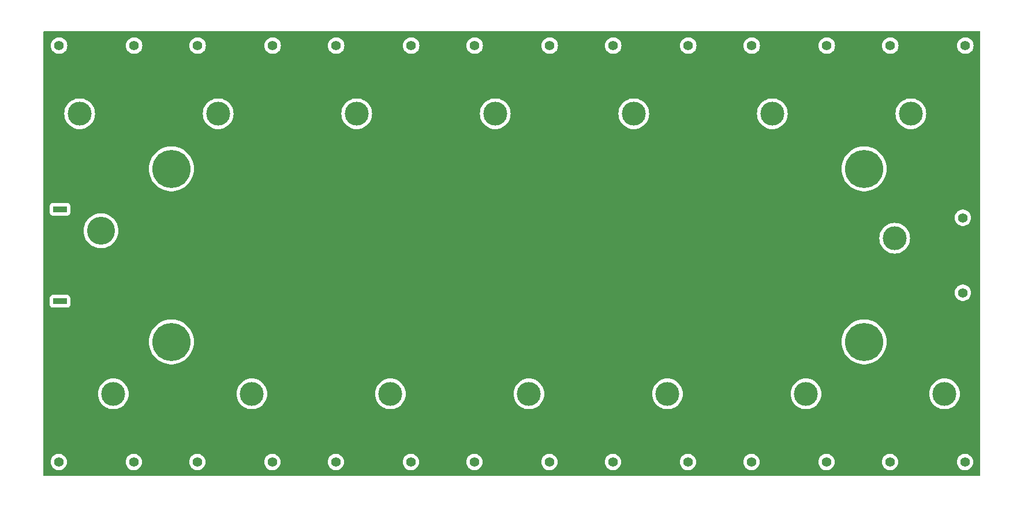
<source format=gbr>
%TF.GenerationSoftware,KiCad,Pcbnew,8.0.2-1*%
%TF.CreationDate,2024-09-06T21:09:21+10:00*%
%TF.ProjectId,ae-bbc-pcb,61652d62-6263-42d7-9063-622e6b696361,rev?*%
%TF.SameCoordinates,Original*%
%TF.FileFunction,Copper,L1,Top*%
%TF.FilePolarity,Positive*%
%FSLAX46Y46*%
G04 Gerber Fmt 4.6, Leading zero omitted, Abs format (unit mm)*
G04 Created by KiCad (PCBNEW 8.0.2-1) date 2024-09-06 21:09:21*
%MOMM*%
%LPD*%
G01*
G04 APERTURE LIST*
G04 Aperture macros list*
%AMRoundRect*
0 Rectangle with rounded corners*
0 $1 Rounding radius*
0 $2 $3 $4 $5 $6 $7 $8 $9 X,Y pos of 4 corners*
0 Add a 4 corners polygon primitive as box body*
4,1,4,$2,$3,$4,$5,$6,$7,$8,$9,$2,$3,0*
0 Add four circle primitives for the rounded corners*
1,1,$1+$1,$2,$3*
1,1,$1+$1,$4,$5*
1,1,$1+$1,$6,$7*
1,1,$1+$1,$8,$9*
0 Add four rect primitives between the rounded corners*
20,1,$1+$1,$2,$3,$4,$5,0*
20,1,$1+$1,$4,$5,$6,$7,0*
20,1,$1+$1,$6,$7,$8,$9,0*
20,1,$1+$1,$8,$9,$2,$3,0*%
G04 Aperture macros list end*
%TA.AperFunction,ComponentPad*%
%ADD10R,2.000000X0.900000*%
%TD*%
%TA.AperFunction,ComponentPad*%
%ADD11RoundRect,1.025000X1.025000X-1.025000X1.025000X1.025000X-1.025000X1.025000X-1.025000X-1.025000X0*%
%TD*%
%TA.AperFunction,ComponentPad*%
%ADD12C,4.100000*%
%TD*%
%TA.AperFunction,ComponentPad*%
%ADD13C,1.400000*%
%TD*%
%TA.AperFunction,ComponentPad*%
%ADD14R,3.500000X3.500000*%
%TD*%
%TA.AperFunction,ComponentPad*%
%ADD15C,3.500000*%
%TD*%
%TA.AperFunction,ComponentPad*%
%ADD16C,5.600000*%
%TD*%
G04 APERTURE END LIST*
D10*
%TO.P,J1,*%
%TO.N,*%
X137340000Y-148990000D03*
X137340000Y-135490000D03*
D11*
%TO.P,J1,1,Pin_1*%
%TO.N,Net-(J1-Pin_1)*%
X143340000Y-145840000D03*
D12*
%TO.P,J1,2,Pin_2*%
%TO.N,Net-(J1-Pin_2)*%
X143340000Y-138640000D03*
%TD*%
D13*
%TO.P,J4,*%
%TO.N,*%
X137204896Y-111466755D03*
X148204896Y-111466755D03*
D14*
%TO.P,J4,1,Pin_1*%
%TO.N,Net-(J1-Pin_1)*%
X145204896Y-121466755D03*
D15*
%TO.P,J4,2,Pin_2*%
%TO.N,Net-(J1-Pin_2)*%
X140204896Y-121466755D03*
%TD*%
D13*
%TO.P,J16,*%
%TO.N,*%
X259124895Y-111466754D03*
X270124895Y-111466754D03*
D14*
%TO.P,J16,1,Pin_1*%
%TO.N,Net-(J1-Pin_1)*%
X267124895Y-121466754D03*
D15*
%TO.P,J16,2,Pin_2*%
%TO.N,Net-(J1-Pin_2)*%
X262124895Y-121466754D03*
%TD*%
D13*
%TO.P,J15,*%
%TO.N,*%
X270072224Y-172580160D03*
X259072224Y-172580160D03*
D14*
%TO.P,J15,1,Pin_1*%
%TO.N,Net-(J1-Pin_1)*%
X262072224Y-162580160D03*
D15*
%TO.P,J15,2,Pin_2*%
%TO.N,Net-(J1-Pin_2)*%
X267072224Y-162580160D03*
%TD*%
D13*
%TO.P,J14,*%
%TO.N,*%
X238804896Y-111466755D03*
X249804896Y-111466755D03*
D14*
%TO.P,J14,1,Pin_1*%
%TO.N,Net-(J1-Pin_1)*%
X246804896Y-121466755D03*
D15*
%TO.P,J14,2,Pin_2*%
%TO.N,Net-(J1-Pin_2)*%
X241804896Y-121466755D03*
%TD*%
D13*
%TO.P,J13,*%
%TO.N,*%
X249752224Y-172580160D03*
X238752224Y-172580160D03*
D14*
%TO.P,J13,1,Pin_1*%
%TO.N,Net-(J1-Pin_1)*%
X241752224Y-162580160D03*
D15*
%TO.P,J13,2,Pin_2*%
%TO.N,Net-(J1-Pin_2)*%
X246752224Y-162580160D03*
%TD*%
D13*
%TO.P,J12,*%
%TO.N,*%
X218484895Y-111466755D03*
X229484895Y-111466755D03*
D14*
%TO.P,J12,1,Pin_1*%
%TO.N,Net-(J1-Pin_1)*%
X226484895Y-121466755D03*
D15*
%TO.P,J12,2,Pin_2*%
%TO.N,Net-(J1-Pin_2)*%
X221484895Y-121466755D03*
%TD*%
D13*
%TO.P,J11,*%
%TO.N,*%
X229432225Y-172580159D03*
X218432225Y-172580159D03*
D14*
%TO.P,J11,1,Pin_1*%
%TO.N,Net-(J1-Pin_1)*%
X221432225Y-162580159D03*
D15*
%TO.P,J11,2,Pin_2*%
%TO.N,Net-(J1-Pin_2)*%
X226432225Y-162580159D03*
%TD*%
D13*
%TO.P,J10,*%
%TO.N,*%
X198164896Y-111466754D03*
X209164896Y-111466754D03*
D14*
%TO.P,J10,1,Pin_1*%
%TO.N,Net-(J1-Pin_1)*%
X206164896Y-121466754D03*
D15*
%TO.P,J10,2,Pin_2*%
%TO.N,Net-(J1-Pin_2)*%
X201164896Y-121466754D03*
%TD*%
D13*
%TO.P,J9,*%
%TO.N,*%
X209112224Y-172580159D03*
X198112224Y-172580159D03*
D14*
%TO.P,J9,1,Pin_1*%
%TO.N,Net-(J1-Pin_1)*%
X201112224Y-162580159D03*
D15*
%TO.P,J9,2,Pin_2*%
%TO.N,Net-(J1-Pin_2)*%
X206112224Y-162580159D03*
%TD*%
D13*
%TO.P,J8,*%
%TO.N,*%
X177844895Y-111466754D03*
X188844895Y-111466754D03*
D14*
%TO.P,J8,1,Pin_1*%
%TO.N,Net-(J1-Pin_1)*%
X185844895Y-121466754D03*
D15*
%TO.P,J8,2,Pin_2*%
%TO.N,Net-(J1-Pin_2)*%
X180844895Y-121466754D03*
%TD*%
D13*
%TO.P,J7,*%
%TO.N,*%
X188792225Y-172580160D03*
X177792225Y-172580160D03*
D14*
%TO.P,J7,1,Pin_1*%
%TO.N,Net-(J1-Pin_1)*%
X180792225Y-162580160D03*
D15*
%TO.P,J7,2,Pin_2*%
%TO.N,Net-(J1-Pin_2)*%
X185792225Y-162580160D03*
%TD*%
D13*
%TO.P,J6,*%
%TO.N,*%
X157524896Y-111466755D03*
X168524896Y-111466755D03*
D14*
%TO.P,J6,1,Pin_1*%
%TO.N,Net-(J1-Pin_1)*%
X165524896Y-121466755D03*
D15*
%TO.P,J6,2,Pin_2*%
%TO.N,Net-(J1-Pin_2)*%
X160524896Y-121466755D03*
%TD*%
D13*
%TO.P,J5,*%
%TO.N,*%
X168472224Y-172580160D03*
X157472224Y-172580160D03*
D14*
%TO.P,J5,1,Pin_1*%
%TO.N,Net-(J1-Pin_1)*%
X160472224Y-162580160D03*
D15*
%TO.P,J5,2,Pin_2*%
%TO.N,Net-(J1-Pin_2)*%
X165472224Y-162580160D03*
%TD*%
D13*
%TO.P,J3,*%
%TO.N,*%
X148152225Y-172580159D03*
X137152225Y-172580159D03*
D14*
%TO.P,J3,1,Pin_1*%
%TO.N,Net-(J1-Pin_1)*%
X140152225Y-162580159D03*
D15*
%TO.P,J3,2,Pin_2*%
%TO.N,Net-(J1-Pin_2)*%
X145152225Y-162580159D03*
%TD*%
D13*
%TO.P,J2,*%
%TO.N,*%
X269755000Y-136740000D03*
X269755000Y-147740000D03*
D14*
%TO.P,J2,1,Pin_1*%
%TO.N,Net-(J1-Pin_1)*%
X259755000Y-144740000D03*
D15*
%TO.P,J2,2,Pin_2*%
%TO.N,Net-(J1-Pin_2)*%
X259755000Y-139740000D03*
%TD*%
D16*
%TO.P,H2,1*%
%TO.N,N/C*%
X255270000Y-129540000D03*
%TD*%
%TO.P,H4,1*%
%TO.N,N/C*%
X255270000Y-154940000D03*
%TD*%
%TO.P,H1,1*%
%TO.N,N/C*%
X153670000Y-129540000D03*
%TD*%
%TO.P,H3,1*%
%TO.N,N/C*%
X153670000Y-154940000D03*
%TD*%
%TA.AperFunction,Conductor*%
%TO.N,Net-(J1-Pin_1)*%
G36*
X272276539Y-109328000D02*
G01*
X272322294Y-109380804D01*
X272333500Y-109432315D01*
X272333500Y-174495660D01*
X272313815Y-174562699D01*
X272261011Y-174608454D01*
X272209500Y-174619660D01*
X135028500Y-174619660D01*
X134961461Y-174599975D01*
X134915706Y-174547171D01*
X134904500Y-174495660D01*
X134904500Y-172580158D01*
X135946582Y-172580158D01*
X135946582Y-172580159D01*
X135967109Y-172801694D01*
X135967110Y-172801696D01*
X136027994Y-173015682D01*
X136028000Y-173015697D01*
X136127163Y-173214842D01*
X136127168Y-173214850D01*
X136261245Y-173392397D01*
X136425662Y-173542282D01*
X136425664Y-173542284D01*
X136614820Y-173659404D01*
X136614821Y-173659404D01*
X136614824Y-173659406D01*
X136822285Y-173739777D01*
X137040982Y-173780659D01*
X137040984Y-173780659D01*
X137263466Y-173780659D01*
X137263468Y-173780659D01*
X137482165Y-173739777D01*
X137689626Y-173659406D01*
X137878787Y-173542283D01*
X138043206Y-173392395D01*
X138177283Y-173214848D01*
X138276454Y-173015687D01*
X138337340Y-172801695D01*
X138357868Y-172580159D01*
X138357868Y-172580158D01*
X146946582Y-172580158D01*
X146946582Y-172580159D01*
X146967109Y-172801694D01*
X146967110Y-172801696D01*
X147027994Y-173015682D01*
X147028000Y-173015697D01*
X147127163Y-173214842D01*
X147127168Y-173214850D01*
X147261245Y-173392397D01*
X147425662Y-173542282D01*
X147425664Y-173542284D01*
X147614820Y-173659404D01*
X147614821Y-173659404D01*
X147614824Y-173659406D01*
X147822285Y-173739777D01*
X148040982Y-173780659D01*
X148040984Y-173780659D01*
X148263466Y-173780659D01*
X148263468Y-173780659D01*
X148482165Y-173739777D01*
X148689626Y-173659406D01*
X148878787Y-173542283D01*
X149043206Y-173392395D01*
X149177283Y-173214848D01*
X149276454Y-173015687D01*
X149337340Y-172801695D01*
X149357868Y-172580159D01*
X156266581Y-172580159D01*
X156266581Y-172580160D01*
X156287108Y-172801695D01*
X156287109Y-172801697D01*
X156347993Y-173015683D01*
X156347999Y-173015698D01*
X156447162Y-173214843D01*
X156447167Y-173214851D01*
X156581244Y-173392398D01*
X156745661Y-173542283D01*
X156745663Y-173542285D01*
X156934819Y-173659405D01*
X156934820Y-173659405D01*
X156934823Y-173659407D01*
X157142284Y-173739778D01*
X157360981Y-173780660D01*
X157360983Y-173780660D01*
X157583465Y-173780660D01*
X157583467Y-173780660D01*
X157802164Y-173739778D01*
X158009625Y-173659407D01*
X158198786Y-173542284D01*
X158363205Y-173392396D01*
X158497282Y-173214849D01*
X158596453Y-173015688D01*
X158657339Y-172801696D01*
X158677867Y-172580160D01*
X158677867Y-172580159D01*
X167266581Y-172580159D01*
X167266581Y-172580160D01*
X167287108Y-172801695D01*
X167287109Y-172801697D01*
X167347993Y-173015683D01*
X167347999Y-173015698D01*
X167447162Y-173214843D01*
X167447167Y-173214851D01*
X167581244Y-173392398D01*
X167745661Y-173542283D01*
X167745663Y-173542285D01*
X167934819Y-173659405D01*
X167934820Y-173659405D01*
X167934823Y-173659407D01*
X168142284Y-173739778D01*
X168360981Y-173780660D01*
X168360983Y-173780660D01*
X168583465Y-173780660D01*
X168583467Y-173780660D01*
X168802164Y-173739778D01*
X169009625Y-173659407D01*
X169198786Y-173542284D01*
X169363205Y-173392396D01*
X169497282Y-173214849D01*
X169596453Y-173015688D01*
X169657339Y-172801696D01*
X169677867Y-172580160D01*
X169677867Y-172580159D01*
X176586582Y-172580159D01*
X176586582Y-172580160D01*
X176607109Y-172801695D01*
X176607110Y-172801697D01*
X176667994Y-173015683D01*
X176668000Y-173015698D01*
X176767163Y-173214843D01*
X176767168Y-173214851D01*
X176901245Y-173392398D01*
X177065662Y-173542283D01*
X177065664Y-173542285D01*
X177254820Y-173659405D01*
X177254821Y-173659405D01*
X177254824Y-173659407D01*
X177462285Y-173739778D01*
X177680982Y-173780660D01*
X177680984Y-173780660D01*
X177903466Y-173780660D01*
X177903468Y-173780660D01*
X178122165Y-173739778D01*
X178329626Y-173659407D01*
X178518787Y-173542284D01*
X178683206Y-173392396D01*
X178817283Y-173214849D01*
X178916454Y-173015688D01*
X178977340Y-172801696D01*
X178997868Y-172580160D01*
X178997868Y-172580159D01*
X187586582Y-172580159D01*
X187586582Y-172580160D01*
X187607109Y-172801695D01*
X187607110Y-172801697D01*
X187667994Y-173015683D01*
X187668000Y-173015698D01*
X187767163Y-173214843D01*
X187767168Y-173214851D01*
X187901245Y-173392398D01*
X188065662Y-173542283D01*
X188065664Y-173542285D01*
X188254820Y-173659405D01*
X188254821Y-173659405D01*
X188254824Y-173659407D01*
X188462285Y-173739778D01*
X188680982Y-173780660D01*
X188680984Y-173780660D01*
X188903466Y-173780660D01*
X188903468Y-173780660D01*
X189122165Y-173739778D01*
X189329626Y-173659407D01*
X189518787Y-173542284D01*
X189683206Y-173392396D01*
X189817283Y-173214849D01*
X189916454Y-173015688D01*
X189977340Y-172801696D01*
X189997868Y-172580160D01*
X189997868Y-172580158D01*
X196906581Y-172580158D01*
X196906581Y-172580159D01*
X196927108Y-172801694D01*
X196927109Y-172801696D01*
X196987993Y-173015682D01*
X196987999Y-173015697D01*
X197087162Y-173214842D01*
X197087167Y-173214850D01*
X197221244Y-173392397D01*
X197385661Y-173542282D01*
X197385663Y-173542284D01*
X197574819Y-173659404D01*
X197574820Y-173659404D01*
X197574823Y-173659406D01*
X197782284Y-173739777D01*
X198000981Y-173780659D01*
X198000983Y-173780659D01*
X198223465Y-173780659D01*
X198223467Y-173780659D01*
X198442164Y-173739777D01*
X198649625Y-173659406D01*
X198838786Y-173542283D01*
X199003205Y-173392395D01*
X199137282Y-173214848D01*
X199236453Y-173015687D01*
X199297339Y-172801695D01*
X199317867Y-172580159D01*
X199317867Y-172580158D01*
X207906581Y-172580158D01*
X207906581Y-172580159D01*
X207927108Y-172801694D01*
X207927109Y-172801696D01*
X207987993Y-173015682D01*
X207987999Y-173015697D01*
X208087162Y-173214842D01*
X208087167Y-173214850D01*
X208221244Y-173392397D01*
X208385661Y-173542282D01*
X208385663Y-173542284D01*
X208574819Y-173659404D01*
X208574820Y-173659404D01*
X208574823Y-173659406D01*
X208782284Y-173739777D01*
X209000981Y-173780659D01*
X209000983Y-173780659D01*
X209223465Y-173780659D01*
X209223467Y-173780659D01*
X209442164Y-173739777D01*
X209649625Y-173659406D01*
X209838786Y-173542283D01*
X210003205Y-173392395D01*
X210137282Y-173214848D01*
X210236453Y-173015687D01*
X210297339Y-172801695D01*
X210317867Y-172580159D01*
X210317867Y-172580158D01*
X217226582Y-172580158D01*
X217226582Y-172580159D01*
X217247109Y-172801694D01*
X217247110Y-172801696D01*
X217307994Y-173015682D01*
X217308000Y-173015697D01*
X217407163Y-173214842D01*
X217407168Y-173214850D01*
X217541245Y-173392397D01*
X217705662Y-173542282D01*
X217705664Y-173542284D01*
X217894820Y-173659404D01*
X217894821Y-173659404D01*
X217894824Y-173659406D01*
X218102285Y-173739777D01*
X218320982Y-173780659D01*
X218320984Y-173780659D01*
X218543466Y-173780659D01*
X218543468Y-173780659D01*
X218762165Y-173739777D01*
X218969626Y-173659406D01*
X219158787Y-173542283D01*
X219323206Y-173392395D01*
X219457283Y-173214848D01*
X219556454Y-173015687D01*
X219617340Y-172801695D01*
X219637868Y-172580159D01*
X219637868Y-172580158D01*
X228226582Y-172580158D01*
X228226582Y-172580159D01*
X228247109Y-172801694D01*
X228247110Y-172801696D01*
X228307994Y-173015682D01*
X228308000Y-173015697D01*
X228407163Y-173214842D01*
X228407168Y-173214850D01*
X228541245Y-173392397D01*
X228705662Y-173542282D01*
X228705664Y-173542284D01*
X228894820Y-173659404D01*
X228894821Y-173659404D01*
X228894824Y-173659406D01*
X229102285Y-173739777D01*
X229320982Y-173780659D01*
X229320984Y-173780659D01*
X229543466Y-173780659D01*
X229543468Y-173780659D01*
X229762165Y-173739777D01*
X229969626Y-173659406D01*
X230158787Y-173542283D01*
X230323206Y-173392395D01*
X230457283Y-173214848D01*
X230556454Y-173015687D01*
X230617340Y-172801695D01*
X230637868Y-172580159D01*
X237546581Y-172580159D01*
X237546581Y-172580160D01*
X237567108Y-172801695D01*
X237567109Y-172801697D01*
X237627993Y-173015683D01*
X237627999Y-173015698D01*
X237727162Y-173214843D01*
X237727167Y-173214851D01*
X237861244Y-173392398D01*
X238025661Y-173542283D01*
X238025663Y-173542285D01*
X238214819Y-173659405D01*
X238214820Y-173659405D01*
X238214823Y-173659407D01*
X238422284Y-173739778D01*
X238640981Y-173780660D01*
X238640983Y-173780660D01*
X238863465Y-173780660D01*
X238863467Y-173780660D01*
X239082164Y-173739778D01*
X239289625Y-173659407D01*
X239478786Y-173542284D01*
X239643205Y-173392396D01*
X239777282Y-173214849D01*
X239876453Y-173015688D01*
X239937339Y-172801696D01*
X239957867Y-172580160D01*
X239957867Y-172580159D01*
X248546581Y-172580159D01*
X248546581Y-172580160D01*
X248567108Y-172801695D01*
X248567109Y-172801697D01*
X248627993Y-173015683D01*
X248627999Y-173015698D01*
X248727162Y-173214843D01*
X248727167Y-173214851D01*
X248861244Y-173392398D01*
X249025661Y-173542283D01*
X249025663Y-173542285D01*
X249214819Y-173659405D01*
X249214820Y-173659405D01*
X249214823Y-173659407D01*
X249422284Y-173739778D01*
X249640981Y-173780660D01*
X249640983Y-173780660D01*
X249863465Y-173780660D01*
X249863467Y-173780660D01*
X250082164Y-173739778D01*
X250289625Y-173659407D01*
X250478786Y-173542284D01*
X250643205Y-173392396D01*
X250777282Y-173214849D01*
X250876453Y-173015688D01*
X250937339Y-172801696D01*
X250957867Y-172580160D01*
X250957867Y-172580159D01*
X257866581Y-172580159D01*
X257866581Y-172580160D01*
X257887108Y-172801695D01*
X257887109Y-172801697D01*
X257947993Y-173015683D01*
X257947999Y-173015698D01*
X258047162Y-173214843D01*
X258047167Y-173214851D01*
X258181244Y-173392398D01*
X258345661Y-173542283D01*
X258345663Y-173542285D01*
X258534819Y-173659405D01*
X258534820Y-173659405D01*
X258534823Y-173659407D01*
X258742284Y-173739778D01*
X258960981Y-173780660D01*
X258960983Y-173780660D01*
X259183465Y-173780660D01*
X259183467Y-173780660D01*
X259402164Y-173739778D01*
X259609625Y-173659407D01*
X259798786Y-173542284D01*
X259963205Y-173392396D01*
X260097282Y-173214849D01*
X260196453Y-173015688D01*
X260257339Y-172801696D01*
X260277867Y-172580160D01*
X260277867Y-172580159D01*
X268866581Y-172580159D01*
X268866581Y-172580160D01*
X268887108Y-172801695D01*
X268887109Y-172801697D01*
X268947993Y-173015683D01*
X268947999Y-173015698D01*
X269047162Y-173214843D01*
X269047167Y-173214851D01*
X269181244Y-173392398D01*
X269345661Y-173542283D01*
X269345663Y-173542285D01*
X269534819Y-173659405D01*
X269534820Y-173659405D01*
X269534823Y-173659407D01*
X269742284Y-173739778D01*
X269960981Y-173780660D01*
X269960983Y-173780660D01*
X270183465Y-173780660D01*
X270183467Y-173780660D01*
X270402164Y-173739778D01*
X270609625Y-173659407D01*
X270798786Y-173542284D01*
X270963205Y-173392396D01*
X271097282Y-173214849D01*
X271196453Y-173015688D01*
X271257339Y-172801696D01*
X271277867Y-172580160D01*
X271257339Y-172358624D01*
X271196453Y-172144632D01*
X271196448Y-172144621D01*
X271097285Y-171945476D01*
X271097280Y-171945468D01*
X270963203Y-171767921D01*
X270798786Y-171618036D01*
X270798784Y-171618034D01*
X270609628Y-171500914D01*
X270609622Y-171500912D01*
X270402164Y-171420542D01*
X270183467Y-171379660D01*
X269960981Y-171379660D01*
X269742284Y-171420542D01*
X269611088Y-171471367D01*
X269534825Y-171500912D01*
X269534819Y-171500914D01*
X269345663Y-171618034D01*
X269345661Y-171618036D01*
X269181244Y-171767921D01*
X269047167Y-171945468D01*
X269047162Y-171945476D01*
X268947999Y-172144621D01*
X268947993Y-172144636D01*
X268887109Y-172358622D01*
X268887108Y-172358624D01*
X268866581Y-172580159D01*
X260277867Y-172580159D01*
X260257339Y-172358624D01*
X260196453Y-172144632D01*
X260196448Y-172144621D01*
X260097285Y-171945476D01*
X260097280Y-171945468D01*
X259963203Y-171767921D01*
X259798786Y-171618036D01*
X259798784Y-171618034D01*
X259609628Y-171500914D01*
X259609622Y-171500912D01*
X259402164Y-171420542D01*
X259183467Y-171379660D01*
X258960981Y-171379660D01*
X258742284Y-171420542D01*
X258611088Y-171471367D01*
X258534825Y-171500912D01*
X258534819Y-171500914D01*
X258345663Y-171618034D01*
X258345661Y-171618036D01*
X258181244Y-171767921D01*
X258047167Y-171945468D01*
X258047162Y-171945476D01*
X257947999Y-172144621D01*
X257947993Y-172144636D01*
X257887109Y-172358622D01*
X257887108Y-172358624D01*
X257866581Y-172580159D01*
X250957867Y-172580159D01*
X250937339Y-172358624D01*
X250876453Y-172144632D01*
X250876448Y-172144621D01*
X250777285Y-171945476D01*
X250777280Y-171945468D01*
X250643203Y-171767921D01*
X250478786Y-171618036D01*
X250478784Y-171618034D01*
X250289628Y-171500914D01*
X250289622Y-171500912D01*
X250082164Y-171420542D01*
X249863467Y-171379660D01*
X249640981Y-171379660D01*
X249422284Y-171420542D01*
X249291088Y-171471367D01*
X249214825Y-171500912D01*
X249214819Y-171500914D01*
X249025663Y-171618034D01*
X249025661Y-171618036D01*
X248861244Y-171767921D01*
X248727167Y-171945468D01*
X248727162Y-171945476D01*
X248627999Y-172144621D01*
X248627993Y-172144636D01*
X248567109Y-172358622D01*
X248567108Y-172358624D01*
X248546581Y-172580159D01*
X239957867Y-172580159D01*
X239937339Y-172358624D01*
X239876453Y-172144632D01*
X239876448Y-172144621D01*
X239777285Y-171945476D01*
X239777280Y-171945468D01*
X239643203Y-171767921D01*
X239478786Y-171618036D01*
X239478784Y-171618034D01*
X239289628Y-171500914D01*
X239289622Y-171500912D01*
X239082164Y-171420542D01*
X238863467Y-171379660D01*
X238640981Y-171379660D01*
X238422284Y-171420542D01*
X238291088Y-171471367D01*
X238214825Y-171500912D01*
X238214819Y-171500914D01*
X238025663Y-171618034D01*
X238025661Y-171618036D01*
X237861244Y-171767921D01*
X237727167Y-171945468D01*
X237727162Y-171945476D01*
X237627999Y-172144621D01*
X237627993Y-172144636D01*
X237567109Y-172358622D01*
X237567108Y-172358624D01*
X237546581Y-172580159D01*
X230637868Y-172580159D01*
X230617340Y-172358623D01*
X230556454Y-172144631D01*
X230457286Y-171945476D01*
X230457286Y-171945475D01*
X230457281Y-171945467D01*
X230323204Y-171767920D01*
X230158787Y-171618035D01*
X230158785Y-171618033D01*
X229969629Y-171500913D01*
X229969623Y-171500911D01*
X229762165Y-171420541D01*
X229543468Y-171379659D01*
X229320982Y-171379659D01*
X229102285Y-171420541D01*
X228971089Y-171471366D01*
X228894826Y-171500911D01*
X228894820Y-171500913D01*
X228705664Y-171618033D01*
X228705662Y-171618035D01*
X228541245Y-171767920D01*
X228407168Y-171945467D01*
X228407163Y-171945475D01*
X228308000Y-172144620D01*
X228307994Y-172144635D01*
X228247110Y-172358621D01*
X228247109Y-172358623D01*
X228226582Y-172580158D01*
X219637868Y-172580158D01*
X219617340Y-172358623D01*
X219556454Y-172144631D01*
X219457286Y-171945476D01*
X219457286Y-171945475D01*
X219457281Y-171945467D01*
X219323204Y-171767920D01*
X219158787Y-171618035D01*
X219158785Y-171618033D01*
X218969629Y-171500913D01*
X218969623Y-171500911D01*
X218762165Y-171420541D01*
X218543468Y-171379659D01*
X218320982Y-171379659D01*
X218102285Y-171420541D01*
X217971089Y-171471366D01*
X217894826Y-171500911D01*
X217894820Y-171500913D01*
X217705664Y-171618033D01*
X217705662Y-171618035D01*
X217541245Y-171767920D01*
X217407168Y-171945467D01*
X217407163Y-171945475D01*
X217308000Y-172144620D01*
X217307994Y-172144635D01*
X217247110Y-172358621D01*
X217247109Y-172358623D01*
X217226582Y-172580158D01*
X210317867Y-172580158D01*
X210297339Y-172358623D01*
X210236453Y-172144631D01*
X210137285Y-171945476D01*
X210137285Y-171945475D01*
X210137280Y-171945467D01*
X210003203Y-171767920D01*
X209838786Y-171618035D01*
X209838784Y-171618033D01*
X209649628Y-171500913D01*
X209649622Y-171500911D01*
X209442164Y-171420541D01*
X209223467Y-171379659D01*
X209000981Y-171379659D01*
X208782284Y-171420541D01*
X208651088Y-171471366D01*
X208574825Y-171500911D01*
X208574819Y-171500913D01*
X208385663Y-171618033D01*
X208385661Y-171618035D01*
X208221244Y-171767920D01*
X208087167Y-171945467D01*
X208087162Y-171945475D01*
X207987999Y-172144620D01*
X207987993Y-172144635D01*
X207927109Y-172358621D01*
X207927108Y-172358623D01*
X207906581Y-172580158D01*
X199317867Y-172580158D01*
X199297339Y-172358623D01*
X199236453Y-172144631D01*
X199137285Y-171945476D01*
X199137285Y-171945475D01*
X199137280Y-171945467D01*
X199003203Y-171767920D01*
X198838786Y-171618035D01*
X198838784Y-171618033D01*
X198649628Y-171500913D01*
X198649622Y-171500911D01*
X198442164Y-171420541D01*
X198223467Y-171379659D01*
X198000981Y-171379659D01*
X197782284Y-171420541D01*
X197651088Y-171471366D01*
X197574825Y-171500911D01*
X197574819Y-171500913D01*
X197385663Y-171618033D01*
X197385661Y-171618035D01*
X197221244Y-171767920D01*
X197087167Y-171945467D01*
X197087162Y-171945475D01*
X196987999Y-172144620D01*
X196987993Y-172144635D01*
X196927109Y-172358621D01*
X196927108Y-172358623D01*
X196906581Y-172580158D01*
X189997868Y-172580158D01*
X189977340Y-172358624D01*
X189916454Y-172144632D01*
X189916449Y-172144621D01*
X189817286Y-171945476D01*
X189817281Y-171945468D01*
X189683204Y-171767921D01*
X189518787Y-171618036D01*
X189518785Y-171618034D01*
X189329629Y-171500914D01*
X189329623Y-171500912D01*
X189122165Y-171420542D01*
X188903468Y-171379660D01*
X188680982Y-171379660D01*
X188462285Y-171420542D01*
X188331089Y-171471367D01*
X188254826Y-171500912D01*
X188254820Y-171500914D01*
X188065664Y-171618034D01*
X188065662Y-171618036D01*
X187901245Y-171767921D01*
X187767168Y-171945468D01*
X187767163Y-171945476D01*
X187668000Y-172144621D01*
X187667994Y-172144636D01*
X187607110Y-172358622D01*
X187607109Y-172358624D01*
X187586582Y-172580159D01*
X178997868Y-172580159D01*
X178977340Y-172358624D01*
X178916454Y-172144632D01*
X178916449Y-172144621D01*
X178817286Y-171945476D01*
X178817281Y-171945468D01*
X178683204Y-171767921D01*
X178518787Y-171618036D01*
X178518785Y-171618034D01*
X178329629Y-171500914D01*
X178329623Y-171500912D01*
X178122165Y-171420542D01*
X177903468Y-171379660D01*
X177680982Y-171379660D01*
X177462285Y-171420542D01*
X177331089Y-171471367D01*
X177254826Y-171500912D01*
X177254820Y-171500914D01*
X177065664Y-171618034D01*
X177065662Y-171618036D01*
X176901245Y-171767921D01*
X176767168Y-171945468D01*
X176767163Y-171945476D01*
X176668000Y-172144621D01*
X176667994Y-172144636D01*
X176607110Y-172358622D01*
X176607109Y-172358624D01*
X176586582Y-172580159D01*
X169677867Y-172580159D01*
X169657339Y-172358624D01*
X169596453Y-172144632D01*
X169596448Y-172144621D01*
X169497285Y-171945476D01*
X169497280Y-171945468D01*
X169363203Y-171767921D01*
X169198786Y-171618036D01*
X169198784Y-171618034D01*
X169009628Y-171500914D01*
X169009622Y-171500912D01*
X168802164Y-171420542D01*
X168583467Y-171379660D01*
X168360981Y-171379660D01*
X168142284Y-171420542D01*
X168011088Y-171471367D01*
X167934825Y-171500912D01*
X167934819Y-171500914D01*
X167745663Y-171618034D01*
X167745661Y-171618036D01*
X167581244Y-171767921D01*
X167447167Y-171945468D01*
X167447162Y-171945476D01*
X167347999Y-172144621D01*
X167347993Y-172144636D01*
X167287109Y-172358622D01*
X167287108Y-172358624D01*
X167266581Y-172580159D01*
X158677867Y-172580159D01*
X158657339Y-172358624D01*
X158596453Y-172144632D01*
X158596448Y-172144621D01*
X158497285Y-171945476D01*
X158497280Y-171945468D01*
X158363203Y-171767921D01*
X158198786Y-171618036D01*
X158198784Y-171618034D01*
X158009628Y-171500914D01*
X158009622Y-171500912D01*
X157802164Y-171420542D01*
X157583467Y-171379660D01*
X157360981Y-171379660D01*
X157142284Y-171420542D01*
X157011088Y-171471367D01*
X156934825Y-171500912D01*
X156934819Y-171500914D01*
X156745663Y-171618034D01*
X156745661Y-171618036D01*
X156581244Y-171767921D01*
X156447167Y-171945468D01*
X156447162Y-171945476D01*
X156347999Y-172144621D01*
X156347993Y-172144636D01*
X156287109Y-172358622D01*
X156287108Y-172358624D01*
X156266581Y-172580159D01*
X149357868Y-172580159D01*
X149337340Y-172358623D01*
X149276454Y-172144631D01*
X149177286Y-171945476D01*
X149177286Y-171945475D01*
X149177281Y-171945467D01*
X149043204Y-171767920D01*
X148878787Y-171618035D01*
X148878785Y-171618033D01*
X148689629Y-171500913D01*
X148689623Y-171500911D01*
X148482165Y-171420541D01*
X148263468Y-171379659D01*
X148040982Y-171379659D01*
X147822285Y-171420541D01*
X147691089Y-171471366D01*
X147614826Y-171500911D01*
X147614820Y-171500913D01*
X147425664Y-171618033D01*
X147425662Y-171618035D01*
X147261245Y-171767920D01*
X147127168Y-171945467D01*
X147127163Y-171945475D01*
X147028000Y-172144620D01*
X147027994Y-172144635D01*
X146967110Y-172358621D01*
X146967109Y-172358623D01*
X146946582Y-172580158D01*
X138357868Y-172580158D01*
X138337340Y-172358623D01*
X138276454Y-172144631D01*
X138177286Y-171945476D01*
X138177286Y-171945475D01*
X138177281Y-171945467D01*
X138043204Y-171767920D01*
X137878787Y-171618035D01*
X137878785Y-171618033D01*
X137689629Y-171500913D01*
X137689623Y-171500911D01*
X137482165Y-171420541D01*
X137263468Y-171379659D01*
X137040982Y-171379659D01*
X136822285Y-171420541D01*
X136691089Y-171471366D01*
X136614826Y-171500911D01*
X136614820Y-171500913D01*
X136425664Y-171618033D01*
X136425662Y-171618035D01*
X136261245Y-171767920D01*
X136127168Y-171945467D01*
X136127163Y-171945475D01*
X136028000Y-172144620D01*
X136027994Y-172144635D01*
X135967110Y-172358621D01*
X135967109Y-172358623D01*
X135946582Y-172580158D01*
X134904500Y-172580158D01*
X134904500Y-162580151D01*
X142896896Y-162580151D01*
X142896896Y-162580166D01*
X142916189Y-162874522D01*
X142916190Y-162874532D01*
X142916191Y-162874539D01*
X142916193Y-162874549D01*
X142973743Y-163163875D01*
X142973746Y-163163889D01*
X143068574Y-163443239D01*
X143199050Y-163707819D01*
X143199054Y-163707826D01*
X143362950Y-163953114D01*
X143557466Y-164174917D01*
X143779269Y-164369433D01*
X144024557Y-164533329D01*
X144024560Y-164533331D01*
X144289148Y-164663811D01*
X144568503Y-164758640D01*
X144857845Y-164816193D01*
X144857876Y-164816195D01*
X145152218Y-164835488D01*
X145152225Y-164835488D01*
X145152232Y-164835488D01*
X145387900Y-164820040D01*
X145446605Y-164816193D01*
X145735947Y-164758640D01*
X146015302Y-164663811D01*
X146279890Y-164533331D01*
X146525182Y-164369432D01*
X146746983Y-164174917D01*
X146941498Y-163953116D01*
X147105397Y-163707824D01*
X147235877Y-163443236D01*
X147330706Y-163163881D01*
X147388259Y-162874539D01*
X147392106Y-162815834D01*
X147407554Y-162580166D01*
X147407554Y-162580152D01*
X163216895Y-162580152D01*
X163216895Y-162580167D01*
X163236188Y-162874523D01*
X163236189Y-162874533D01*
X163236190Y-162874540D01*
X163236192Y-162874549D01*
X163236192Y-162874550D01*
X163293742Y-163163876D01*
X163293745Y-163163890D01*
X163388573Y-163443240D01*
X163519049Y-163707820D01*
X163519053Y-163707827D01*
X163682949Y-163953115D01*
X163877465Y-164174918D01*
X164099266Y-164369432D01*
X164099267Y-164369433D01*
X164344559Y-164533332D01*
X164609147Y-164663812D01*
X164888502Y-164758641D01*
X165177844Y-164816194D01*
X165206112Y-164818046D01*
X165472217Y-164835489D01*
X165472224Y-164835489D01*
X165472231Y-164835489D01*
X165707899Y-164820041D01*
X165766604Y-164816194D01*
X166055946Y-164758641D01*
X166335301Y-164663812D01*
X166599889Y-164533332D01*
X166845181Y-164369433D01*
X167066982Y-164174918D01*
X167261497Y-163953117D01*
X167425396Y-163707825D01*
X167555876Y-163443237D01*
X167650705Y-163163882D01*
X167708258Y-162874540D01*
X167727553Y-162580160D01*
X167727553Y-162580159D01*
X167727553Y-162580152D01*
X183536896Y-162580152D01*
X183536896Y-162580167D01*
X183556189Y-162874523D01*
X183556190Y-162874533D01*
X183556191Y-162874540D01*
X183556193Y-162874549D01*
X183556193Y-162874550D01*
X183613743Y-163163876D01*
X183613746Y-163163890D01*
X183708574Y-163443240D01*
X183839050Y-163707820D01*
X183839054Y-163707827D01*
X184002950Y-163953115D01*
X184197466Y-164174918D01*
X184419267Y-164369432D01*
X184419268Y-164369433D01*
X184664560Y-164533332D01*
X184929148Y-164663812D01*
X185208503Y-164758641D01*
X185497845Y-164816194D01*
X185526113Y-164818046D01*
X185792218Y-164835489D01*
X185792225Y-164835489D01*
X185792232Y-164835489D01*
X186027900Y-164820041D01*
X186086605Y-164816194D01*
X186375947Y-164758641D01*
X186655302Y-164663812D01*
X186919890Y-164533332D01*
X187165182Y-164369433D01*
X187386983Y-164174918D01*
X187581498Y-163953117D01*
X187745397Y-163707825D01*
X187875877Y-163443237D01*
X187970706Y-163163882D01*
X188028259Y-162874540D01*
X188047554Y-162580160D01*
X188047554Y-162580159D01*
X188047554Y-162580152D01*
X188047554Y-162580151D01*
X203856895Y-162580151D01*
X203856895Y-162580166D01*
X203876188Y-162874522D01*
X203876189Y-162874532D01*
X203876190Y-162874539D01*
X203876192Y-162874549D01*
X203933742Y-163163875D01*
X203933745Y-163163889D01*
X204028573Y-163443239D01*
X204159049Y-163707819D01*
X204159053Y-163707826D01*
X204322949Y-163953114D01*
X204517465Y-164174917D01*
X204739268Y-164369433D01*
X204984556Y-164533329D01*
X204984559Y-164533331D01*
X205249147Y-164663811D01*
X205528502Y-164758640D01*
X205817844Y-164816193D01*
X205817875Y-164816195D01*
X206112217Y-164835488D01*
X206112224Y-164835488D01*
X206112231Y-164835488D01*
X206347899Y-164820040D01*
X206406604Y-164816193D01*
X206695946Y-164758640D01*
X206975301Y-164663811D01*
X207239889Y-164533331D01*
X207485181Y-164369432D01*
X207706982Y-164174917D01*
X207901497Y-163953116D01*
X208065396Y-163707824D01*
X208195876Y-163443236D01*
X208290705Y-163163881D01*
X208348258Y-162874539D01*
X208352105Y-162815834D01*
X208367553Y-162580166D01*
X208367553Y-162580151D01*
X224176896Y-162580151D01*
X224176896Y-162580166D01*
X224196189Y-162874522D01*
X224196190Y-162874532D01*
X224196191Y-162874539D01*
X224196193Y-162874549D01*
X224253743Y-163163875D01*
X224253746Y-163163889D01*
X224348574Y-163443239D01*
X224479050Y-163707819D01*
X224479054Y-163707826D01*
X224642950Y-163953114D01*
X224837466Y-164174917D01*
X225059269Y-164369433D01*
X225304557Y-164533329D01*
X225304560Y-164533331D01*
X225569148Y-164663811D01*
X225848503Y-164758640D01*
X226137845Y-164816193D01*
X226137876Y-164816195D01*
X226432218Y-164835488D01*
X226432225Y-164835488D01*
X226432232Y-164835488D01*
X226667900Y-164820040D01*
X226726605Y-164816193D01*
X227015947Y-164758640D01*
X227295302Y-164663811D01*
X227559890Y-164533331D01*
X227805182Y-164369432D01*
X228026983Y-164174917D01*
X228221498Y-163953116D01*
X228385397Y-163707824D01*
X228515877Y-163443236D01*
X228610706Y-163163881D01*
X228668259Y-162874539D01*
X228672106Y-162815834D01*
X228687554Y-162580166D01*
X228687554Y-162580152D01*
X244496895Y-162580152D01*
X244496895Y-162580167D01*
X244516188Y-162874523D01*
X244516189Y-162874533D01*
X244516190Y-162874540D01*
X244516192Y-162874549D01*
X244516192Y-162874550D01*
X244573742Y-163163876D01*
X244573745Y-163163890D01*
X244668573Y-163443240D01*
X244799049Y-163707820D01*
X244799053Y-163707827D01*
X244962949Y-163953115D01*
X245157465Y-164174918D01*
X245379266Y-164369432D01*
X245379267Y-164369433D01*
X245624559Y-164533332D01*
X245889147Y-164663812D01*
X246168502Y-164758641D01*
X246457844Y-164816194D01*
X246486112Y-164818046D01*
X246752217Y-164835489D01*
X246752224Y-164835489D01*
X246752231Y-164835489D01*
X246987899Y-164820041D01*
X247046604Y-164816194D01*
X247335946Y-164758641D01*
X247615301Y-164663812D01*
X247879889Y-164533332D01*
X248125181Y-164369433D01*
X248346982Y-164174918D01*
X248541497Y-163953117D01*
X248705396Y-163707825D01*
X248835876Y-163443237D01*
X248930705Y-163163882D01*
X248988258Y-162874540D01*
X249007553Y-162580160D01*
X249007553Y-162580159D01*
X249007553Y-162580152D01*
X264816895Y-162580152D01*
X264816895Y-162580167D01*
X264836188Y-162874523D01*
X264836189Y-162874533D01*
X264836190Y-162874540D01*
X264836192Y-162874549D01*
X264836192Y-162874550D01*
X264893742Y-163163876D01*
X264893745Y-163163890D01*
X264988573Y-163443240D01*
X265119049Y-163707820D01*
X265119053Y-163707827D01*
X265282949Y-163953115D01*
X265477465Y-164174918D01*
X265699266Y-164369432D01*
X265699267Y-164369433D01*
X265944559Y-164533332D01*
X266209147Y-164663812D01*
X266488502Y-164758641D01*
X266777844Y-164816194D01*
X266806112Y-164818046D01*
X267072217Y-164835489D01*
X267072224Y-164835489D01*
X267072231Y-164835489D01*
X267307899Y-164820041D01*
X267366604Y-164816194D01*
X267655946Y-164758641D01*
X267935301Y-164663812D01*
X268199889Y-164533332D01*
X268445181Y-164369433D01*
X268666982Y-164174918D01*
X268861497Y-163953117D01*
X269025396Y-163707825D01*
X269155876Y-163443237D01*
X269250705Y-163163882D01*
X269308258Y-162874540D01*
X269327553Y-162580160D01*
X269327553Y-162580159D01*
X269327553Y-162580152D01*
X269308259Y-162285796D01*
X269308259Y-162285795D01*
X269308258Y-162285780D01*
X269250705Y-161996438D01*
X269155876Y-161717083D01*
X269025396Y-161452496D01*
X268861497Y-161207203D01*
X268818879Y-161158607D01*
X268666982Y-160985401D01*
X268445179Y-160790885D01*
X268199891Y-160626989D01*
X268199884Y-160626985D01*
X267935304Y-160496509D01*
X267655954Y-160401681D01*
X267655948Y-160401679D01*
X267655946Y-160401679D01*
X267366604Y-160344126D01*
X267366597Y-160344125D01*
X267366587Y-160344124D01*
X267072231Y-160324831D01*
X267072217Y-160324831D01*
X266777860Y-160344124D01*
X266777848Y-160344125D01*
X266777844Y-160344126D01*
X266777836Y-160344127D01*
X266777833Y-160344128D01*
X266488507Y-160401678D01*
X266488493Y-160401681D01*
X266209143Y-160496509D01*
X265944558Y-160626988D01*
X265699265Y-160790888D01*
X265477465Y-160985401D01*
X265282952Y-161207201D01*
X265119052Y-161452494D01*
X264988573Y-161717079D01*
X264893745Y-161996429D01*
X264893743Y-161996437D01*
X264893743Y-161996438D01*
X264836191Y-162285779D01*
X264836188Y-162285796D01*
X264816895Y-162580152D01*
X249007553Y-162580152D01*
X248988259Y-162285796D01*
X248988259Y-162285795D01*
X248988258Y-162285780D01*
X248930705Y-161996438D01*
X248835876Y-161717083D01*
X248705396Y-161452496D01*
X248541497Y-161207203D01*
X248498879Y-161158607D01*
X248346982Y-160985401D01*
X248125179Y-160790885D01*
X247879891Y-160626989D01*
X247879884Y-160626985D01*
X247615304Y-160496509D01*
X247335954Y-160401681D01*
X247335948Y-160401679D01*
X247335946Y-160401679D01*
X247046604Y-160344126D01*
X247046597Y-160344125D01*
X247046587Y-160344124D01*
X246752231Y-160324831D01*
X246752217Y-160324831D01*
X246457860Y-160344124D01*
X246457848Y-160344125D01*
X246457844Y-160344126D01*
X246457836Y-160344127D01*
X246457833Y-160344128D01*
X246168507Y-160401678D01*
X246168493Y-160401681D01*
X245889143Y-160496509D01*
X245624558Y-160626988D01*
X245379265Y-160790888D01*
X245157465Y-160985401D01*
X244962952Y-161207201D01*
X244799052Y-161452494D01*
X244668573Y-161717079D01*
X244573745Y-161996429D01*
X244573743Y-161996437D01*
X244573743Y-161996438D01*
X244516191Y-162285779D01*
X244516188Y-162285796D01*
X244496895Y-162580152D01*
X228687554Y-162580152D01*
X228687554Y-162580151D01*
X228668260Y-162285795D01*
X228668259Y-162285779D01*
X228610706Y-161996437D01*
X228515877Y-161717082D01*
X228385397Y-161452495D01*
X228221498Y-161207202D01*
X228178880Y-161158606D01*
X228026983Y-160985400D01*
X227805180Y-160790884D01*
X227559892Y-160626988D01*
X227559885Y-160626984D01*
X227295305Y-160496508D01*
X227015955Y-160401680D01*
X227015949Y-160401678D01*
X227015947Y-160401678D01*
X226726605Y-160344125D01*
X226726598Y-160344124D01*
X226726588Y-160344123D01*
X226432232Y-160324830D01*
X226432218Y-160324830D01*
X226137861Y-160344123D01*
X226137849Y-160344124D01*
X226137845Y-160344125D01*
X226137837Y-160344126D01*
X226137834Y-160344127D01*
X225848508Y-160401677D01*
X225848494Y-160401680D01*
X225569144Y-160496508D01*
X225304559Y-160626987D01*
X225059266Y-160790887D01*
X224837466Y-160985400D01*
X224642953Y-161207200D01*
X224479053Y-161452493D01*
X224348574Y-161717078D01*
X224253746Y-161996428D01*
X224253743Y-161996442D01*
X224196193Y-162285768D01*
X224196189Y-162285795D01*
X224176896Y-162580151D01*
X208367553Y-162580151D01*
X208348259Y-162285795D01*
X208348258Y-162285779D01*
X208290705Y-161996437D01*
X208195876Y-161717082D01*
X208065396Y-161452495D01*
X207901497Y-161207202D01*
X207858879Y-161158606D01*
X207706982Y-160985400D01*
X207485179Y-160790884D01*
X207239891Y-160626988D01*
X207239884Y-160626984D01*
X206975304Y-160496508D01*
X206695954Y-160401680D01*
X206695948Y-160401678D01*
X206695946Y-160401678D01*
X206406604Y-160344125D01*
X206406597Y-160344124D01*
X206406587Y-160344123D01*
X206112231Y-160324830D01*
X206112217Y-160324830D01*
X205817860Y-160344123D01*
X205817848Y-160344124D01*
X205817844Y-160344125D01*
X205817836Y-160344126D01*
X205817833Y-160344127D01*
X205528507Y-160401677D01*
X205528493Y-160401680D01*
X205249143Y-160496508D01*
X204984558Y-160626987D01*
X204739265Y-160790887D01*
X204517465Y-160985400D01*
X204322952Y-161207200D01*
X204159052Y-161452493D01*
X204028573Y-161717078D01*
X203933745Y-161996428D01*
X203933742Y-161996442D01*
X203876192Y-162285768D01*
X203876188Y-162285795D01*
X203856895Y-162580151D01*
X188047554Y-162580151D01*
X188028260Y-162285796D01*
X188028260Y-162285795D01*
X188028259Y-162285780D01*
X187970706Y-161996438D01*
X187875877Y-161717083D01*
X187745397Y-161452496D01*
X187581498Y-161207203D01*
X187538880Y-161158607D01*
X187386983Y-160985401D01*
X187165180Y-160790885D01*
X186919892Y-160626989D01*
X186919885Y-160626985D01*
X186655305Y-160496509D01*
X186375955Y-160401681D01*
X186375949Y-160401679D01*
X186375947Y-160401679D01*
X186086605Y-160344126D01*
X186086598Y-160344125D01*
X186086588Y-160344124D01*
X185792232Y-160324831D01*
X185792218Y-160324831D01*
X185497861Y-160344124D01*
X185497849Y-160344125D01*
X185497845Y-160344126D01*
X185497837Y-160344127D01*
X185497834Y-160344128D01*
X185208508Y-160401678D01*
X185208494Y-160401681D01*
X184929144Y-160496509D01*
X184664559Y-160626988D01*
X184419266Y-160790888D01*
X184197466Y-160985401D01*
X184002953Y-161207201D01*
X183839053Y-161452494D01*
X183708574Y-161717079D01*
X183613746Y-161996429D01*
X183613744Y-161996437D01*
X183613744Y-161996438D01*
X183556192Y-162285779D01*
X183556189Y-162285796D01*
X183536896Y-162580152D01*
X167727553Y-162580152D01*
X167708259Y-162285796D01*
X167708259Y-162285795D01*
X167708258Y-162285780D01*
X167650705Y-161996438D01*
X167555876Y-161717083D01*
X167425396Y-161452496D01*
X167261497Y-161207203D01*
X167218879Y-161158607D01*
X167066982Y-160985401D01*
X166845179Y-160790885D01*
X166599891Y-160626989D01*
X166599884Y-160626985D01*
X166335304Y-160496509D01*
X166055954Y-160401681D01*
X166055948Y-160401679D01*
X166055946Y-160401679D01*
X165766604Y-160344126D01*
X165766597Y-160344125D01*
X165766587Y-160344124D01*
X165472231Y-160324831D01*
X165472217Y-160324831D01*
X165177860Y-160344124D01*
X165177848Y-160344125D01*
X165177844Y-160344126D01*
X165177836Y-160344127D01*
X165177833Y-160344128D01*
X164888507Y-160401678D01*
X164888493Y-160401681D01*
X164609143Y-160496509D01*
X164344558Y-160626988D01*
X164099265Y-160790888D01*
X163877465Y-160985401D01*
X163682952Y-161207201D01*
X163519052Y-161452494D01*
X163388573Y-161717079D01*
X163293745Y-161996429D01*
X163293743Y-161996437D01*
X163293743Y-161996438D01*
X163236191Y-162285779D01*
X163236188Y-162285796D01*
X163216895Y-162580152D01*
X147407554Y-162580152D01*
X147407554Y-162580151D01*
X147388260Y-162285795D01*
X147388259Y-162285779D01*
X147330706Y-161996437D01*
X147235877Y-161717082D01*
X147105397Y-161452495D01*
X146941498Y-161207202D01*
X146898880Y-161158606D01*
X146746983Y-160985400D01*
X146525180Y-160790884D01*
X146279892Y-160626988D01*
X146279885Y-160626984D01*
X146015305Y-160496508D01*
X145735955Y-160401680D01*
X145735949Y-160401678D01*
X145735947Y-160401678D01*
X145446605Y-160344125D01*
X145446598Y-160344124D01*
X145446588Y-160344123D01*
X145152232Y-160324830D01*
X145152218Y-160324830D01*
X144857861Y-160344123D01*
X144857849Y-160344124D01*
X144857845Y-160344125D01*
X144857837Y-160344126D01*
X144857834Y-160344127D01*
X144568508Y-160401677D01*
X144568494Y-160401680D01*
X144289144Y-160496508D01*
X144024559Y-160626987D01*
X143779266Y-160790887D01*
X143557466Y-160985400D01*
X143362953Y-161207200D01*
X143199053Y-161452493D01*
X143068574Y-161717078D01*
X142973746Y-161996428D01*
X142973743Y-161996442D01*
X142916193Y-162285768D01*
X142916189Y-162285795D01*
X142896896Y-162580151D01*
X134904500Y-162580151D01*
X134904500Y-154939997D01*
X150364652Y-154939997D01*
X150364652Y-154940002D01*
X150384028Y-155297368D01*
X150384029Y-155297385D01*
X150441926Y-155650539D01*
X150441932Y-155650565D01*
X150537672Y-155995392D01*
X150537674Y-155995399D01*
X150670142Y-156327870D01*
X150670151Y-156327888D01*
X150837784Y-156644077D01*
X150837790Y-156644086D01*
X151038634Y-156940309D01*
X151038641Y-156940319D01*
X151270331Y-157213085D01*
X151270332Y-157213086D01*
X151530163Y-157459211D01*
X151815081Y-157675800D01*
X152121747Y-157860315D01*
X152121749Y-157860316D01*
X152121751Y-157860317D01*
X152121755Y-157860319D01*
X152446552Y-158010585D01*
X152446565Y-158010591D01*
X152785726Y-158124868D01*
X153135254Y-158201805D01*
X153491052Y-158240500D01*
X153491058Y-158240500D01*
X153848942Y-158240500D01*
X153848948Y-158240500D01*
X154204746Y-158201805D01*
X154554274Y-158124868D01*
X154893435Y-158010591D01*
X155218253Y-157860315D01*
X155524919Y-157675800D01*
X155809837Y-157459211D01*
X156069668Y-157213086D01*
X156301365Y-156940311D01*
X156502211Y-156644085D01*
X156669853Y-156327880D01*
X156802324Y-155995403D01*
X156898071Y-155650552D01*
X156955972Y-155297371D01*
X156975348Y-154940000D01*
X156975348Y-154939997D01*
X251964652Y-154939997D01*
X251964652Y-154940002D01*
X251984028Y-155297368D01*
X251984029Y-155297385D01*
X252041926Y-155650539D01*
X252041932Y-155650565D01*
X252137672Y-155995392D01*
X252137674Y-155995399D01*
X252270142Y-156327870D01*
X252270151Y-156327888D01*
X252437784Y-156644077D01*
X252437790Y-156644086D01*
X252638634Y-156940309D01*
X252638641Y-156940319D01*
X252870331Y-157213085D01*
X252870332Y-157213086D01*
X253130163Y-157459211D01*
X253415081Y-157675800D01*
X253721747Y-157860315D01*
X253721749Y-157860316D01*
X253721751Y-157860317D01*
X253721755Y-157860319D01*
X254046552Y-158010585D01*
X254046565Y-158010591D01*
X254385726Y-158124868D01*
X254735254Y-158201805D01*
X255091052Y-158240500D01*
X255091058Y-158240500D01*
X255448942Y-158240500D01*
X255448948Y-158240500D01*
X255804746Y-158201805D01*
X256154274Y-158124868D01*
X256493435Y-158010591D01*
X256818253Y-157860315D01*
X257124919Y-157675800D01*
X257409837Y-157459211D01*
X257669668Y-157213086D01*
X257901365Y-156940311D01*
X258102211Y-156644085D01*
X258269853Y-156327880D01*
X258402324Y-155995403D01*
X258498071Y-155650552D01*
X258555972Y-155297371D01*
X258575348Y-154940000D01*
X258555972Y-154582629D01*
X258498071Y-154229448D01*
X258402324Y-153884597D01*
X258269853Y-153552120D01*
X258102211Y-153235915D01*
X257901365Y-152939689D01*
X257901361Y-152939684D01*
X257901358Y-152939680D01*
X257669668Y-152666914D01*
X257409837Y-152420789D01*
X257409830Y-152420783D01*
X257409827Y-152420781D01*
X257342245Y-152369407D01*
X257124919Y-152204200D01*
X256818253Y-152019685D01*
X256818252Y-152019684D01*
X256818248Y-152019682D01*
X256818244Y-152019680D01*
X256493447Y-151869414D01*
X256493441Y-151869411D01*
X256493435Y-151869409D01*
X256323854Y-151812270D01*
X256154273Y-151755131D01*
X255804744Y-151678194D01*
X255448949Y-151639500D01*
X255448948Y-151639500D01*
X255091052Y-151639500D01*
X255091050Y-151639500D01*
X254735255Y-151678194D01*
X254385726Y-151755131D01*
X254129970Y-151841306D01*
X254046565Y-151869409D01*
X254046563Y-151869410D01*
X254046552Y-151869414D01*
X253721755Y-152019680D01*
X253721751Y-152019682D01*
X253493367Y-152157096D01*
X253415081Y-152204200D01*
X253326768Y-152271333D01*
X253130172Y-152420781D01*
X253130163Y-152420789D01*
X252870331Y-152666914D01*
X252638641Y-152939680D01*
X252638634Y-152939690D01*
X252437790Y-153235913D01*
X252437784Y-153235922D01*
X252270151Y-153552111D01*
X252270142Y-153552129D01*
X252137674Y-153884600D01*
X252137672Y-153884607D01*
X252041932Y-154229434D01*
X252041926Y-154229460D01*
X251984029Y-154582614D01*
X251984028Y-154582631D01*
X251964652Y-154939997D01*
X156975348Y-154939997D01*
X156955972Y-154582629D01*
X156898071Y-154229448D01*
X156802324Y-153884597D01*
X156669853Y-153552120D01*
X156502211Y-153235915D01*
X156301365Y-152939689D01*
X156301361Y-152939684D01*
X156301358Y-152939680D01*
X156069668Y-152666914D01*
X155809837Y-152420789D01*
X155809830Y-152420783D01*
X155809827Y-152420781D01*
X155742245Y-152369407D01*
X155524919Y-152204200D01*
X155218253Y-152019685D01*
X155218252Y-152019684D01*
X155218248Y-152019682D01*
X155218244Y-152019680D01*
X154893447Y-151869414D01*
X154893441Y-151869411D01*
X154893435Y-151869409D01*
X154723854Y-151812270D01*
X154554273Y-151755131D01*
X154204744Y-151678194D01*
X153848949Y-151639500D01*
X153848948Y-151639500D01*
X153491052Y-151639500D01*
X153491050Y-151639500D01*
X153135255Y-151678194D01*
X152785726Y-151755131D01*
X152529970Y-151841306D01*
X152446565Y-151869409D01*
X152446563Y-151869410D01*
X152446552Y-151869414D01*
X152121755Y-152019680D01*
X152121751Y-152019682D01*
X151893367Y-152157096D01*
X151815081Y-152204200D01*
X151726768Y-152271333D01*
X151530172Y-152420781D01*
X151530163Y-152420789D01*
X151270331Y-152666914D01*
X151038641Y-152939680D01*
X151038634Y-152939690D01*
X150837790Y-153235913D01*
X150837784Y-153235922D01*
X150670151Y-153552111D01*
X150670142Y-153552129D01*
X150537674Y-153884600D01*
X150537672Y-153884607D01*
X150441932Y-154229434D01*
X150441926Y-154229460D01*
X150384029Y-154582614D01*
X150384028Y-154582631D01*
X150364652Y-154939997D01*
X134904500Y-154939997D01*
X134904500Y-148492135D01*
X135839500Y-148492135D01*
X135839500Y-149487870D01*
X135839501Y-149487876D01*
X135845908Y-149547483D01*
X135896202Y-149682328D01*
X135896206Y-149682335D01*
X135982452Y-149797544D01*
X135982455Y-149797547D01*
X136097664Y-149883793D01*
X136097671Y-149883797D01*
X136232517Y-149934091D01*
X136232516Y-149934091D01*
X136239444Y-149934835D01*
X136292127Y-149940500D01*
X138387872Y-149940499D01*
X138447483Y-149934091D01*
X138582331Y-149883796D01*
X138697546Y-149797546D01*
X138783796Y-149682331D01*
X138834091Y-149547483D01*
X138840500Y-149487873D01*
X138840499Y-148492128D01*
X138834091Y-148432517D01*
X138812523Y-148374691D01*
X138783797Y-148297671D01*
X138783793Y-148297664D01*
X138697547Y-148182455D01*
X138697544Y-148182452D01*
X138582335Y-148096206D01*
X138582328Y-148096202D01*
X138447482Y-148045908D01*
X138447483Y-148045908D01*
X138387883Y-148039501D01*
X138387881Y-148039500D01*
X138387873Y-148039500D01*
X138387864Y-148039500D01*
X136292129Y-148039500D01*
X136292123Y-148039501D01*
X136232516Y-148045908D01*
X136097671Y-148096202D01*
X136097664Y-148096206D01*
X135982455Y-148182452D01*
X135982452Y-148182455D01*
X135896206Y-148297664D01*
X135896202Y-148297671D01*
X135845908Y-148432517D01*
X135839501Y-148492116D01*
X135839501Y-148492123D01*
X135839500Y-148492135D01*
X134904500Y-148492135D01*
X134904500Y-147739999D01*
X268549357Y-147739999D01*
X268549357Y-147740000D01*
X268569884Y-147961535D01*
X268569885Y-147961537D01*
X268630769Y-148175523D01*
X268630775Y-148175538D01*
X268729938Y-148374683D01*
X268729943Y-148374691D01*
X268864020Y-148552238D01*
X269028437Y-148702123D01*
X269028439Y-148702125D01*
X269217595Y-148819245D01*
X269217596Y-148819245D01*
X269217599Y-148819247D01*
X269425060Y-148899618D01*
X269643757Y-148940500D01*
X269643759Y-148940500D01*
X269866241Y-148940500D01*
X269866243Y-148940500D01*
X270084940Y-148899618D01*
X270292401Y-148819247D01*
X270481562Y-148702124D01*
X270645981Y-148552236D01*
X270780058Y-148374689D01*
X270879229Y-148175528D01*
X270940115Y-147961536D01*
X270960643Y-147740000D01*
X270940115Y-147518464D01*
X270879229Y-147304472D01*
X270879224Y-147304461D01*
X270780061Y-147105316D01*
X270780056Y-147105308D01*
X270645979Y-146927761D01*
X270481562Y-146777876D01*
X270481560Y-146777874D01*
X270292404Y-146660754D01*
X270292398Y-146660752D01*
X270084940Y-146580382D01*
X269866243Y-146539500D01*
X269643757Y-146539500D01*
X269425060Y-146580382D01*
X269293864Y-146631207D01*
X269217601Y-146660752D01*
X269217595Y-146660754D01*
X269028439Y-146777874D01*
X269028437Y-146777876D01*
X268864020Y-146927761D01*
X268729943Y-147105308D01*
X268729938Y-147105316D01*
X268630775Y-147304461D01*
X268630769Y-147304476D01*
X268569885Y-147518462D01*
X268569884Y-147518464D01*
X268549357Y-147739999D01*
X134904500Y-147739999D01*
X134904500Y-138639994D01*
X140784457Y-138639994D01*
X140784457Y-138640005D01*
X140804606Y-138960283D01*
X140804607Y-138960290D01*
X140864745Y-139275542D01*
X140963916Y-139580759D01*
X140963918Y-139580764D01*
X141100558Y-139871138D01*
X141100562Y-139871144D01*
X141272520Y-140142108D01*
X141272522Y-140142111D01*
X141477087Y-140389388D01*
X141477089Y-140389390D01*
X141704644Y-140603077D01*
X141711034Y-140609078D01*
X141711044Y-140609086D01*
X141970660Y-140797708D01*
X141970666Y-140797711D01*
X141970672Y-140797716D01*
X142251903Y-140952324D01*
X142550294Y-141070466D01*
X142550293Y-141070466D01*
X142715786Y-141112957D01*
X142861139Y-141150277D01*
X142927935Y-141158715D01*
X143179524Y-141190499D01*
X143179533Y-141190499D01*
X143179536Y-141190500D01*
X143179538Y-141190500D01*
X143500462Y-141190500D01*
X143500464Y-141190500D01*
X143500467Y-141190499D01*
X143500475Y-141190499D01*
X143690463Y-141166497D01*
X143818861Y-141150277D01*
X144129706Y-141070466D01*
X144428097Y-140952324D01*
X144709328Y-140797716D01*
X144968964Y-140609080D01*
X145202911Y-140389390D01*
X145407478Y-140142110D01*
X145579439Y-139871142D01*
X145641154Y-139739992D01*
X257499671Y-139739992D01*
X257499671Y-139740007D01*
X257518964Y-140034363D01*
X257518965Y-140034373D01*
X257518966Y-140034380D01*
X257518968Y-140034390D01*
X257576518Y-140323716D01*
X257576521Y-140323730D01*
X257671349Y-140603080D01*
X257801825Y-140867660D01*
X257801829Y-140867667D01*
X257965725Y-141112955D01*
X258160241Y-141334758D01*
X258382043Y-141529273D01*
X258627335Y-141693172D01*
X258891923Y-141823652D01*
X259171278Y-141918481D01*
X259460620Y-141976034D01*
X259488888Y-141977886D01*
X259754993Y-141995329D01*
X259755000Y-141995329D01*
X259755007Y-141995329D01*
X259990675Y-141979881D01*
X260049380Y-141976034D01*
X260338722Y-141918481D01*
X260618077Y-141823652D01*
X260882665Y-141693172D01*
X261127957Y-141529273D01*
X261349758Y-141334758D01*
X261544273Y-141112957D01*
X261708172Y-140867665D01*
X261838652Y-140603077D01*
X261933481Y-140323722D01*
X261991034Y-140034380D01*
X262001733Y-139871144D01*
X262010329Y-139740007D01*
X262010329Y-139739992D01*
X261991035Y-139445636D01*
X261991034Y-139445620D01*
X261933481Y-139156278D01*
X261838652Y-138876923D01*
X261708172Y-138612336D01*
X261544273Y-138367043D01*
X261501655Y-138318447D01*
X261349758Y-138145241D01*
X261127955Y-137950725D01*
X260882667Y-137786829D01*
X260882660Y-137786825D01*
X260618080Y-137656349D01*
X260338730Y-137561521D01*
X260338724Y-137561519D01*
X260338722Y-137561519D01*
X260049380Y-137503966D01*
X260049373Y-137503965D01*
X260049363Y-137503964D01*
X259755007Y-137484671D01*
X259754993Y-137484671D01*
X259460636Y-137503964D01*
X259460624Y-137503965D01*
X259460620Y-137503966D01*
X259460612Y-137503967D01*
X259460609Y-137503968D01*
X259171283Y-137561518D01*
X259171269Y-137561521D01*
X258891919Y-137656349D01*
X258627334Y-137786828D01*
X258382041Y-137950728D01*
X258160241Y-138145241D01*
X257965728Y-138367041D01*
X257801828Y-138612334D01*
X257671349Y-138876919D01*
X257576521Y-139156269D01*
X257576518Y-139156283D01*
X257518968Y-139445609D01*
X257518964Y-139445636D01*
X257499671Y-139739992D01*
X145641154Y-139739992D01*
X145716084Y-139580758D01*
X145815256Y-139275538D01*
X145875392Y-138960294D01*
X145875393Y-138960283D01*
X145895543Y-138640005D01*
X145895543Y-138639994D01*
X145875393Y-138319716D01*
X145875392Y-138319709D01*
X145875392Y-138319706D01*
X145815256Y-138004462D01*
X145716084Y-137699242D01*
X145695900Y-137656348D01*
X145579441Y-137408861D01*
X145579437Y-137408855D01*
X145407479Y-137137891D01*
X145407477Y-137137888D01*
X145202912Y-136890611D01*
X145042526Y-136739999D01*
X268549357Y-136739999D01*
X268549357Y-136740000D01*
X268569884Y-136961535D01*
X268569885Y-136961537D01*
X268630769Y-137175523D01*
X268630775Y-137175538D01*
X268729938Y-137374683D01*
X268729943Y-137374691D01*
X268864020Y-137552238D01*
X269028437Y-137702123D01*
X269028439Y-137702125D01*
X269217595Y-137819245D01*
X269217596Y-137819245D01*
X269217599Y-137819247D01*
X269425060Y-137899618D01*
X269643757Y-137940500D01*
X269643759Y-137940500D01*
X269866241Y-137940500D01*
X269866243Y-137940500D01*
X270084940Y-137899618D01*
X270292401Y-137819247D01*
X270481562Y-137702124D01*
X270645981Y-137552236D01*
X270780058Y-137374689D01*
X270879229Y-137175528D01*
X270940115Y-136961536D01*
X270960643Y-136740000D01*
X270940115Y-136518464D01*
X270879229Y-136304472D01*
X270875781Y-136297547D01*
X270780061Y-136105316D01*
X270780056Y-136105308D01*
X270645979Y-135927761D01*
X270481562Y-135777876D01*
X270481560Y-135777874D01*
X270292404Y-135660754D01*
X270292398Y-135660752D01*
X270084940Y-135580382D01*
X269866243Y-135539500D01*
X269643757Y-135539500D01*
X269425060Y-135580382D01*
X269293864Y-135631207D01*
X269217601Y-135660752D01*
X269217595Y-135660754D01*
X269028439Y-135777874D01*
X269028437Y-135777876D01*
X268864020Y-135927761D01*
X268729943Y-136105308D01*
X268729938Y-136105316D01*
X268630775Y-136304461D01*
X268630769Y-136304476D01*
X268569885Y-136518462D01*
X268569884Y-136518464D01*
X268549357Y-136739999D01*
X145042526Y-136739999D01*
X144968965Y-136670921D01*
X144968955Y-136670913D01*
X144709339Y-136482291D01*
X144709321Y-136482280D01*
X144428096Y-136327675D01*
X144428093Y-136327674D01*
X144129703Y-136209533D01*
X144129706Y-136209533D01*
X143818864Y-136129723D01*
X143818851Y-136129721D01*
X143500475Y-136089500D01*
X143500464Y-136089500D01*
X143179536Y-136089500D01*
X143179524Y-136089500D01*
X142861148Y-136129721D01*
X142861135Y-136129723D01*
X142550294Y-136209533D01*
X142251906Y-136327674D01*
X142251903Y-136327675D01*
X141970678Y-136482280D01*
X141970660Y-136482291D01*
X141711044Y-136670913D01*
X141711034Y-136670921D01*
X141477087Y-136890611D01*
X141272522Y-137137888D01*
X141272520Y-137137891D01*
X141100562Y-137408855D01*
X141100558Y-137408861D01*
X140963918Y-137699235D01*
X140963916Y-137699240D01*
X140864745Y-138004457D01*
X140804607Y-138319709D01*
X140804606Y-138319716D01*
X140784457Y-138639994D01*
X134904500Y-138639994D01*
X134904500Y-134992135D01*
X135839500Y-134992135D01*
X135839500Y-135987870D01*
X135839501Y-135987876D01*
X135845908Y-136047483D01*
X135896202Y-136182328D01*
X135896206Y-136182335D01*
X135982452Y-136297544D01*
X135982455Y-136297547D01*
X136097664Y-136383793D01*
X136097671Y-136383797D01*
X136232517Y-136434091D01*
X136232516Y-136434091D01*
X136239444Y-136434835D01*
X136292127Y-136440500D01*
X138387872Y-136440499D01*
X138447483Y-136434091D01*
X138582331Y-136383796D01*
X138697546Y-136297546D01*
X138783796Y-136182331D01*
X138834091Y-136047483D01*
X138840500Y-135987873D01*
X138840499Y-134992128D01*
X138834091Y-134932517D01*
X138783796Y-134797669D01*
X138783795Y-134797668D01*
X138783793Y-134797664D01*
X138697547Y-134682455D01*
X138697544Y-134682452D01*
X138582335Y-134596206D01*
X138582328Y-134596202D01*
X138447482Y-134545908D01*
X138447483Y-134545908D01*
X138387883Y-134539501D01*
X138387881Y-134539500D01*
X138387873Y-134539500D01*
X138387864Y-134539500D01*
X136292129Y-134539500D01*
X136292123Y-134539501D01*
X136232516Y-134545908D01*
X136097671Y-134596202D01*
X136097664Y-134596206D01*
X135982455Y-134682452D01*
X135982452Y-134682455D01*
X135896206Y-134797664D01*
X135896202Y-134797671D01*
X135845908Y-134932517D01*
X135839501Y-134992116D01*
X135839501Y-134992123D01*
X135839500Y-134992135D01*
X134904500Y-134992135D01*
X134904500Y-129539997D01*
X150364652Y-129539997D01*
X150364652Y-129540002D01*
X150384028Y-129897368D01*
X150384029Y-129897385D01*
X150441926Y-130250539D01*
X150441932Y-130250565D01*
X150537672Y-130595392D01*
X150537674Y-130595399D01*
X150670142Y-130927870D01*
X150670151Y-130927888D01*
X150837784Y-131244077D01*
X150837790Y-131244086D01*
X151038634Y-131540309D01*
X151038641Y-131540319D01*
X151270331Y-131813085D01*
X151270332Y-131813086D01*
X151530163Y-132059211D01*
X151815081Y-132275800D01*
X152121747Y-132460315D01*
X152121749Y-132460316D01*
X152121751Y-132460317D01*
X152121755Y-132460319D01*
X152446552Y-132610585D01*
X152446565Y-132610591D01*
X152785726Y-132724868D01*
X153135254Y-132801805D01*
X153491052Y-132840500D01*
X153491058Y-132840500D01*
X153848942Y-132840500D01*
X153848948Y-132840500D01*
X154204746Y-132801805D01*
X154554274Y-132724868D01*
X154893435Y-132610591D01*
X155218253Y-132460315D01*
X155524919Y-132275800D01*
X155809837Y-132059211D01*
X156069668Y-131813086D01*
X156301365Y-131540311D01*
X156502211Y-131244085D01*
X156669853Y-130927880D01*
X156802324Y-130595403D01*
X156898071Y-130250552D01*
X156955972Y-129897371D01*
X156975348Y-129540000D01*
X156975348Y-129539997D01*
X251964652Y-129539997D01*
X251964652Y-129540002D01*
X251984028Y-129897368D01*
X251984029Y-129897385D01*
X252041926Y-130250539D01*
X252041932Y-130250565D01*
X252137672Y-130595392D01*
X252137674Y-130595399D01*
X252270142Y-130927870D01*
X252270151Y-130927888D01*
X252437784Y-131244077D01*
X252437790Y-131244086D01*
X252638634Y-131540309D01*
X252638641Y-131540319D01*
X252870331Y-131813085D01*
X252870332Y-131813086D01*
X253130163Y-132059211D01*
X253415081Y-132275800D01*
X253721747Y-132460315D01*
X253721749Y-132460316D01*
X253721751Y-132460317D01*
X253721755Y-132460319D01*
X254046552Y-132610585D01*
X254046565Y-132610591D01*
X254385726Y-132724868D01*
X254735254Y-132801805D01*
X255091052Y-132840500D01*
X255091058Y-132840500D01*
X255448942Y-132840500D01*
X255448948Y-132840500D01*
X255804746Y-132801805D01*
X256154274Y-132724868D01*
X256493435Y-132610591D01*
X256818253Y-132460315D01*
X257124919Y-132275800D01*
X257409837Y-132059211D01*
X257669668Y-131813086D01*
X257901365Y-131540311D01*
X258102211Y-131244085D01*
X258269853Y-130927880D01*
X258402324Y-130595403D01*
X258498071Y-130250552D01*
X258555972Y-129897371D01*
X258575348Y-129540000D01*
X258555972Y-129182629D01*
X258498071Y-128829448D01*
X258402324Y-128484597D01*
X258269853Y-128152120D01*
X258102211Y-127835915D01*
X257901365Y-127539689D01*
X257901361Y-127539684D01*
X257901358Y-127539680D01*
X257669668Y-127266914D01*
X257409837Y-127020789D01*
X257409830Y-127020783D01*
X257409827Y-127020781D01*
X257342245Y-126969407D01*
X257124919Y-126804200D01*
X256818253Y-126619685D01*
X256818252Y-126619684D01*
X256818248Y-126619682D01*
X256818244Y-126619680D01*
X256493447Y-126469414D01*
X256493441Y-126469411D01*
X256493435Y-126469409D01*
X256323854Y-126412270D01*
X256154273Y-126355131D01*
X255804744Y-126278194D01*
X255448949Y-126239500D01*
X255448948Y-126239500D01*
X255091052Y-126239500D01*
X255091050Y-126239500D01*
X254735255Y-126278194D01*
X254385726Y-126355131D01*
X254129970Y-126441306D01*
X254046565Y-126469409D01*
X254046563Y-126469410D01*
X254046552Y-126469414D01*
X253721755Y-126619680D01*
X253721751Y-126619682D01*
X253493367Y-126757096D01*
X253415081Y-126804200D01*
X253326768Y-126871333D01*
X253130172Y-127020781D01*
X253130163Y-127020789D01*
X252870331Y-127266914D01*
X252638641Y-127539680D01*
X252638634Y-127539690D01*
X252437790Y-127835913D01*
X252437784Y-127835922D01*
X252270151Y-128152111D01*
X252270142Y-128152129D01*
X252137674Y-128484600D01*
X252137672Y-128484607D01*
X252041932Y-128829434D01*
X252041926Y-128829460D01*
X251984029Y-129182614D01*
X251984028Y-129182631D01*
X251964652Y-129539997D01*
X156975348Y-129539997D01*
X156955972Y-129182629D01*
X156898071Y-128829448D01*
X156802324Y-128484597D01*
X156669853Y-128152120D01*
X156502211Y-127835915D01*
X156301365Y-127539689D01*
X156301361Y-127539684D01*
X156301358Y-127539680D01*
X156069668Y-127266914D01*
X155809837Y-127020789D01*
X155809830Y-127020783D01*
X155809827Y-127020781D01*
X155742245Y-126969407D01*
X155524919Y-126804200D01*
X155218253Y-126619685D01*
X155218252Y-126619684D01*
X155218248Y-126619682D01*
X155218244Y-126619680D01*
X154893447Y-126469414D01*
X154893441Y-126469411D01*
X154893435Y-126469409D01*
X154723854Y-126412270D01*
X154554273Y-126355131D01*
X154204744Y-126278194D01*
X153848949Y-126239500D01*
X153848948Y-126239500D01*
X153491052Y-126239500D01*
X153491050Y-126239500D01*
X153135255Y-126278194D01*
X152785726Y-126355131D01*
X152529970Y-126441306D01*
X152446565Y-126469409D01*
X152446563Y-126469410D01*
X152446552Y-126469414D01*
X152121755Y-126619680D01*
X152121751Y-126619682D01*
X151893367Y-126757096D01*
X151815081Y-126804200D01*
X151726768Y-126871333D01*
X151530172Y-127020781D01*
X151530163Y-127020789D01*
X151270331Y-127266914D01*
X151038641Y-127539680D01*
X151038634Y-127539690D01*
X150837790Y-127835913D01*
X150837784Y-127835922D01*
X150670151Y-128152111D01*
X150670142Y-128152129D01*
X150537674Y-128484600D01*
X150537672Y-128484607D01*
X150441932Y-128829434D01*
X150441926Y-128829460D01*
X150384029Y-129182614D01*
X150384028Y-129182631D01*
X150364652Y-129539997D01*
X134904500Y-129539997D01*
X134904500Y-121466747D01*
X137949567Y-121466747D01*
X137949567Y-121466762D01*
X137968860Y-121761118D01*
X137968861Y-121761128D01*
X137968862Y-121761135D01*
X137968864Y-121761144D01*
X137968864Y-121761145D01*
X138026414Y-122050471D01*
X138026417Y-122050485D01*
X138121245Y-122329835D01*
X138251721Y-122594415D01*
X138251725Y-122594422D01*
X138415621Y-122839710D01*
X138610137Y-123061513D01*
X138831938Y-123256027D01*
X138831939Y-123256028D01*
X139077231Y-123419927D01*
X139341819Y-123550407D01*
X139621174Y-123645236D01*
X139910516Y-123702789D01*
X139938784Y-123704641D01*
X140204889Y-123722084D01*
X140204896Y-123722084D01*
X140204903Y-123722084D01*
X140440571Y-123706636D01*
X140499276Y-123702789D01*
X140788618Y-123645236D01*
X141067973Y-123550407D01*
X141332561Y-123419927D01*
X141577853Y-123256028D01*
X141799654Y-123061513D01*
X141994169Y-122839712D01*
X142158068Y-122594420D01*
X142288548Y-122329832D01*
X142383377Y-122050477D01*
X142440930Y-121761135D01*
X142460225Y-121466755D01*
X142460225Y-121466754D01*
X142460225Y-121466747D01*
X158269567Y-121466747D01*
X158269567Y-121466762D01*
X158288860Y-121761118D01*
X158288861Y-121761128D01*
X158288862Y-121761135D01*
X158288864Y-121761144D01*
X158288864Y-121761145D01*
X158346414Y-122050471D01*
X158346417Y-122050485D01*
X158441245Y-122329835D01*
X158571721Y-122594415D01*
X158571725Y-122594422D01*
X158735621Y-122839710D01*
X158930137Y-123061513D01*
X159151938Y-123256027D01*
X159151939Y-123256028D01*
X159397231Y-123419927D01*
X159661819Y-123550407D01*
X159941174Y-123645236D01*
X160230516Y-123702789D01*
X160258784Y-123704641D01*
X160524889Y-123722084D01*
X160524896Y-123722084D01*
X160524903Y-123722084D01*
X160760571Y-123706636D01*
X160819276Y-123702789D01*
X161108618Y-123645236D01*
X161387973Y-123550407D01*
X161652561Y-123419927D01*
X161897853Y-123256028D01*
X162119654Y-123061513D01*
X162314169Y-122839712D01*
X162478068Y-122594420D01*
X162608548Y-122329832D01*
X162703377Y-122050477D01*
X162760930Y-121761135D01*
X162780225Y-121466755D01*
X162780225Y-121466754D01*
X162780225Y-121466747D01*
X162780225Y-121466746D01*
X178589566Y-121466746D01*
X178589566Y-121466761D01*
X178608859Y-121761117D01*
X178608860Y-121761127D01*
X178608861Y-121761134D01*
X178608863Y-121761144D01*
X178666413Y-122050470D01*
X178666416Y-122050484D01*
X178761244Y-122329834D01*
X178891720Y-122594414D01*
X178891724Y-122594421D01*
X179055620Y-122839709D01*
X179250136Y-123061512D01*
X179471939Y-123256028D01*
X179717227Y-123419924D01*
X179717230Y-123419926D01*
X179981818Y-123550406D01*
X180261173Y-123645235D01*
X180550515Y-123702788D01*
X180550546Y-123702790D01*
X180844888Y-123722083D01*
X180844895Y-123722083D01*
X180844902Y-123722083D01*
X181080570Y-123706635D01*
X181139275Y-123702788D01*
X181428617Y-123645235D01*
X181707972Y-123550406D01*
X181972560Y-123419926D01*
X182217852Y-123256027D01*
X182439653Y-123061512D01*
X182634168Y-122839711D01*
X182798067Y-122594419D01*
X182928547Y-122329831D01*
X183023376Y-122050476D01*
X183080929Y-121761134D01*
X183084776Y-121702429D01*
X183100224Y-121466761D01*
X183100224Y-121466746D01*
X198909567Y-121466746D01*
X198909567Y-121466761D01*
X198928860Y-121761117D01*
X198928861Y-121761127D01*
X198928862Y-121761134D01*
X198928864Y-121761144D01*
X198986414Y-122050470D01*
X198986417Y-122050484D01*
X199081245Y-122329834D01*
X199211721Y-122594414D01*
X199211725Y-122594421D01*
X199375621Y-122839709D01*
X199570137Y-123061512D01*
X199791940Y-123256028D01*
X200037228Y-123419924D01*
X200037231Y-123419926D01*
X200301819Y-123550406D01*
X200581174Y-123645235D01*
X200870516Y-123702788D01*
X200870547Y-123702790D01*
X201164889Y-123722083D01*
X201164896Y-123722083D01*
X201164903Y-123722083D01*
X201400571Y-123706635D01*
X201459276Y-123702788D01*
X201748618Y-123645235D01*
X202027973Y-123550406D01*
X202292561Y-123419926D01*
X202537853Y-123256027D01*
X202759654Y-123061512D01*
X202954169Y-122839711D01*
X203118068Y-122594419D01*
X203248548Y-122329831D01*
X203343377Y-122050476D01*
X203400930Y-121761134D01*
X203404777Y-121702429D01*
X203420225Y-121466761D01*
X203420225Y-121466747D01*
X219229566Y-121466747D01*
X219229566Y-121466762D01*
X219248859Y-121761118D01*
X219248860Y-121761128D01*
X219248861Y-121761135D01*
X219248863Y-121761144D01*
X219248863Y-121761145D01*
X219306413Y-122050471D01*
X219306416Y-122050485D01*
X219401244Y-122329835D01*
X219531720Y-122594415D01*
X219531724Y-122594422D01*
X219695620Y-122839710D01*
X219890136Y-123061513D01*
X220111937Y-123256027D01*
X220111938Y-123256028D01*
X220357230Y-123419927D01*
X220621818Y-123550407D01*
X220901173Y-123645236D01*
X221190515Y-123702789D01*
X221218783Y-123704641D01*
X221484888Y-123722084D01*
X221484895Y-123722084D01*
X221484902Y-123722084D01*
X221720570Y-123706636D01*
X221779275Y-123702789D01*
X222068617Y-123645236D01*
X222347972Y-123550407D01*
X222612560Y-123419927D01*
X222857852Y-123256028D01*
X223079653Y-123061513D01*
X223274168Y-122839712D01*
X223438067Y-122594420D01*
X223568547Y-122329832D01*
X223663376Y-122050477D01*
X223720929Y-121761135D01*
X223740224Y-121466755D01*
X223740224Y-121466754D01*
X223740224Y-121466747D01*
X239549567Y-121466747D01*
X239549567Y-121466762D01*
X239568860Y-121761118D01*
X239568861Y-121761128D01*
X239568862Y-121761135D01*
X239568864Y-121761144D01*
X239568864Y-121761145D01*
X239626414Y-122050471D01*
X239626417Y-122050485D01*
X239721245Y-122329835D01*
X239851721Y-122594415D01*
X239851725Y-122594422D01*
X240015621Y-122839710D01*
X240210137Y-123061513D01*
X240431938Y-123256027D01*
X240431939Y-123256028D01*
X240677231Y-123419927D01*
X240941819Y-123550407D01*
X241221174Y-123645236D01*
X241510516Y-123702789D01*
X241538784Y-123704641D01*
X241804889Y-123722084D01*
X241804896Y-123722084D01*
X241804903Y-123722084D01*
X242040571Y-123706636D01*
X242099276Y-123702789D01*
X242388618Y-123645236D01*
X242667973Y-123550407D01*
X242932561Y-123419927D01*
X243177853Y-123256028D01*
X243399654Y-123061513D01*
X243594169Y-122839712D01*
X243758068Y-122594420D01*
X243888548Y-122329832D01*
X243983377Y-122050477D01*
X244040930Y-121761135D01*
X244060225Y-121466755D01*
X244060225Y-121466754D01*
X244060225Y-121466747D01*
X244060225Y-121466746D01*
X259869566Y-121466746D01*
X259869566Y-121466761D01*
X259888859Y-121761117D01*
X259888860Y-121761127D01*
X259888861Y-121761134D01*
X259888863Y-121761144D01*
X259946413Y-122050470D01*
X259946416Y-122050484D01*
X260041244Y-122329834D01*
X260171720Y-122594414D01*
X260171724Y-122594421D01*
X260335620Y-122839709D01*
X260530136Y-123061512D01*
X260751939Y-123256028D01*
X260997227Y-123419924D01*
X260997230Y-123419926D01*
X261261818Y-123550406D01*
X261541173Y-123645235D01*
X261830515Y-123702788D01*
X261830546Y-123702790D01*
X262124888Y-123722083D01*
X262124895Y-123722083D01*
X262124902Y-123722083D01*
X262360570Y-123706635D01*
X262419275Y-123702788D01*
X262708617Y-123645235D01*
X262987972Y-123550406D01*
X263252560Y-123419926D01*
X263497852Y-123256027D01*
X263719653Y-123061512D01*
X263914168Y-122839711D01*
X264078067Y-122594419D01*
X264208547Y-122329831D01*
X264303376Y-122050476D01*
X264360929Y-121761134D01*
X264364776Y-121702429D01*
X264380224Y-121466761D01*
X264380224Y-121466746D01*
X264360930Y-121172390D01*
X264360929Y-121172374D01*
X264303376Y-120883032D01*
X264208547Y-120603677D01*
X264078067Y-120339090D01*
X263914168Y-120093797D01*
X263871550Y-120045201D01*
X263719653Y-119871995D01*
X263497850Y-119677479D01*
X263252562Y-119513583D01*
X263252555Y-119513579D01*
X262987975Y-119383103D01*
X262708625Y-119288275D01*
X262708619Y-119288273D01*
X262708617Y-119288273D01*
X262419275Y-119230720D01*
X262419268Y-119230719D01*
X262419258Y-119230718D01*
X262124902Y-119211425D01*
X262124888Y-119211425D01*
X261830531Y-119230718D01*
X261830519Y-119230719D01*
X261830515Y-119230720D01*
X261830507Y-119230721D01*
X261830504Y-119230722D01*
X261541178Y-119288272D01*
X261541164Y-119288275D01*
X261261814Y-119383103D01*
X260997229Y-119513582D01*
X260751936Y-119677482D01*
X260530136Y-119871995D01*
X260335623Y-120093795D01*
X260171723Y-120339088D01*
X260041244Y-120603673D01*
X259946416Y-120883023D01*
X259946413Y-120883037D01*
X259888863Y-121172363D01*
X259888859Y-121172390D01*
X259869566Y-121466746D01*
X244060225Y-121466746D01*
X244040931Y-121172391D01*
X244040931Y-121172390D01*
X244040930Y-121172375D01*
X243983377Y-120883033D01*
X243888548Y-120603678D01*
X243758068Y-120339091D01*
X243594169Y-120093798D01*
X243551551Y-120045202D01*
X243399654Y-119871996D01*
X243177851Y-119677480D01*
X242932563Y-119513584D01*
X242932556Y-119513580D01*
X242667976Y-119383104D01*
X242388626Y-119288276D01*
X242388620Y-119288274D01*
X242388618Y-119288274D01*
X242099276Y-119230721D01*
X242099269Y-119230720D01*
X242099259Y-119230719D01*
X241804903Y-119211426D01*
X241804889Y-119211426D01*
X241510532Y-119230719D01*
X241510520Y-119230720D01*
X241510516Y-119230721D01*
X241510508Y-119230722D01*
X241510505Y-119230723D01*
X241221179Y-119288273D01*
X241221165Y-119288276D01*
X240941815Y-119383104D01*
X240677230Y-119513583D01*
X240431937Y-119677483D01*
X240210137Y-119871996D01*
X240015624Y-120093796D01*
X239851724Y-120339089D01*
X239721245Y-120603674D01*
X239626417Y-120883024D01*
X239626415Y-120883032D01*
X239626415Y-120883033D01*
X239568863Y-121172374D01*
X239568860Y-121172391D01*
X239549567Y-121466747D01*
X223740224Y-121466747D01*
X223720930Y-121172391D01*
X223720930Y-121172390D01*
X223720929Y-121172375D01*
X223663376Y-120883033D01*
X223568547Y-120603678D01*
X223438067Y-120339091D01*
X223274168Y-120093798D01*
X223231550Y-120045202D01*
X223079653Y-119871996D01*
X222857850Y-119677480D01*
X222612562Y-119513584D01*
X222612555Y-119513580D01*
X222347975Y-119383104D01*
X222068625Y-119288276D01*
X222068619Y-119288274D01*
X222068617Y-119288274D01*
X221779275Y-119230721D01*
X221779268Y-119230720D01*
X221779258Y-119230719D01*
X221484902Y-119211426D01*
X221484888Y-119211426D01*
X221190531Y-119230719D01*
X221190519Y-119230720D01*
X221190515Y-119230721D01*
X221190507Y-119230722D01*
X221190504Y-119230723D01*
X220901178Y-119288273D01*
X220901164Y-119288276D01*
X220621814Y-119383104D01*
X220357229Y-119513583D01*
X220111936Y-119677483D01*
X219890136Y-119871996D01*
X219695623Y-120093796D01*
X219531723Y-120339089D01*
X219401244Y-120603674D01*
X219306416Y-120883024D01*
X219306414Y-120883032D01*
X219306414Y-120883033D01*
X219248862Y-121172374D01*
X219248859Y-121172391D01*
X219229566Y-121466747D01*
X203420225Y-121466747D01*
X203420225Y-121466746D01*
X203400931Y-121172390D01*
X203400930Y-121172374D01*
X203343377Y-120883032D01*
X203248548Y-120603677D01*
X203118068Y-120339090D01*
X202954169Y-120093797D01*
X202911551Y-120045201D01*
X202759654Y-119871995D01*
X202537851Y-119677479D01*
X202292563Y-119513583D01*
X202292556Y-119513579D01*
X202027976Y-119383103D01*
X201748626Y-119288275D01*
X201748620Y-119288273D01*
X201748618Y-119288273D01*
X201459276Y-119230720D01*
X201459269Y-119230719D01*
X201459259Y-119230718D01*
X201164903Y-119211425D01*
X201164889Y-119211425D01*
X200870532Y-119230718D01*
X200870520Y-119230719D01*
X200870516Y-119230720D01*
X200870508Y-119230721D01*
X200870505Y-119230722D01*
X200581179Y-119288272D01*
X200581165Y-119288275D01*
X200301815Y-119383103D01*
X200037230Y-119513582D01*
X199791937Y-119677482D01*
X199570137Y-119871995D01*
X199375624Y-120093795D01*
X199211724Y-120339088D01*
X199081245Y-120603673D01*
X198986417Y-120883023D01*
X198986414Y-120883037D01*
X198928864Y-121172363D01*
X198928860Y-121172390D01*
X198909567Y-121466746D01*
X183100224Y-121466746D01*
X183080930Y-121172390D01*
X183080929Y-121172374D01*
X183023376Y-120883032D01*
X182928547Y-120603677D01*
X182798067Y-120339090D01*
X182634168Y-120093797D01*
X182591550Y-120045201D01*
X182439653Y-119871995D01*
X182217850Y-119677479D01*
X181972562Y-119513583D01*
X181972555Y-119513579D01*
X181707975Y-119383103D01*
X181428625Y-119288275D01*
X181428619Y-119288273D01*
X181428617Y-119288273D01*
X181139275Y-119230720D01*
X181139268Y-119230719D01*
X181139258Y-119230718D01*
X180844902Y-119211425D01*
X180844888Y-119211425D01*
X180550531Y-119230718D01*
X180550519Y-119230719D01*
X180550515Y-119230720D01*
X180550507Y-119230721D01*
X180550504Y-119230722D01*
X180261178Y-119288272D01*
X180261164Y-119288275D01*
X179981814Y-119383103D01*
X179717229Y-119513582D01*
X179471936Y-119677482D01*
X179250136Y-119871995D01*
X179055623Y-120093795D01*
X178891723Y-120339088D01*
X178761244Y-120603673D01*
X178666416Y-120883023D01*
X178666413Y-120883037D01*
X178608863Y-121172363D01*
X178608859Y-121172390D01*
X178589566Y-121466746D01*
X162780225Y-121466746D01*
X162760931Y-121172391D01*
X162760931Y-121172390D01*
X162760930Y-121172375D01*
X162703377Y-120883033D01*
X162608548Y-120603678D01*
X162478068Y-120339091D01*
X162314169Y-120093798D01*
X162271551Y-120045202D01*
X162119654Y-119871996D01*
X161897851Y-119677480D01*
X161652563Y-119513584D01*
X161652556Y-119513580D01*
X161387976Y-119383104D01*
X161108626Y-119288276D01*
X161108620Y-119288274D01*
X161108618Y-119288274D01*
X160819276Y-119230721D01*
X160819269Y-119230720D01*
X160819259Y-119230719D01*
X160524903Y-119211426D01*
X160524889Y-119211426D01*
X160230532Y-119230719D01*
X160230520Y-119230720D01*
X160230516Y-119230721D01*
X160230508Y-119230722D01*
X160230505Y-119230723D01*
X159941179Y-119288273D01*
X159941165Y-119288276D01*
X159661815Y-119383104D01*
X159397230Y-119513583D01*
X159151937Y-119677483D01*
X158930137Y-119871996D01*
X158735624Y-120093796D01*
X158571724Y-120339089D01*
X158441245Y-120603674D01*
X158346417Y-120883024D01*
X158346415Y-120883032D01*
X158346415Y-120883033D01*
X158288863Y-121172374D01*
X158288860Y-121172391D01*
X158269567Y-121466747D01*
X142460225Y-121466747D01*
X142440931Y-121172391D01*
X142440931Y-121172390D01*
X142440930Y-121172375D01*
X142383377Y-120883033D01*
X142288548Y-120603678D01*
X142158068Y-120339091D01*
X141994169Y-120093798D01*
X141951551Y-120045202D01*
X141799654Y-119871996D01*
X141577851Y-119677480D01*
X141332563Y-119513584D01*
X141332556Y-119513580D01*
X141067976Y-119383104D01*
X140788626Y-119288276D01*
X140788620Y-119288274D01*
X140788618Y-119288274D01*
X140499276Y-119230721D01*
X140499269Y-119230720D01*
X140499259Y-119230719D01*
X140204903Y-119211426D01*
X140204889Y-119211426D01*
X139910532Y-119230719D01*
X139910520Y-119230720D01*
X139910516Y-119230721D01*
X139910508Y-119230722D01*
X139910505Y-119230723D01*
X139621179Y-119288273D01*
X139621165Y-119288276D01*
X139341815Y-119383104D01*
X139077230Y-119513583D01*
X138831937Y-119677483D01*
X138610137Y-119871996D01*
X138415624Y-120093796D01*
X138251724Y-120339089D01*
X138121245Y-120603674D01*
X138026417Y-120883024D01*
X138026415Y-120883032D01*
X138026415Y-120883033D01*
X137968863Y-121172374D01*
X137968860Y-121172391D01*
X137949567Y-121466747D01*
X134904500Y-121466747D01*
X134904500Y-111466754D01*
X135999253Y-111466754D01*
X135999253Y-111466755D01*
X136019780Y-111688290D01*
X136019781Y-111688292D01*
X136080665Y-111902278D01*
X136080671Y-111902293D01*
X136179834Y-112101438D01*
X136179839Y-112101446D01*
X136313916Y-112278993D01*
X136478333Y-112428878D01*
X136478335Y-112428880D01*
X136667491Y-112546000D01*
X136667492Y-112546000D01*
X136667495Y-112546002D01*
X136874956Y-112626373D01*
X137093653Y-112667255D01*
X137093655Y-112667255D01*
X137316137Y-112667255D01*
X137316139Y-112667255D01*
X137534836Y-112626373D01*
X137742297Y-112546002D01*
X137931458Y-112428879D01*
X138095877Y-112278991D01*
X138229954Y-112101444D01*
X138329125Y-111902283D01*
X138390011Y-111688291D01*
X138410539Y-111466755D01*
X138410539Y-111466754D01*
X146999253Y-111466754D01*
X146999253Y-111466755D01*
X147019780Y-111688290D01*
X147019781Y-111688292D01*
X147080665Y-111902278D01*
X147080671Y-111902293D01*
X147179834Y-112101438D01*
X147179839Y-112101446D01*
X147313916Y-112278993D01*
X147478333Y-112428878D01*
X147478335Y-112428880D01*
X147667491Y-112546000D01*
X147667492Y-112546000D01*
X147667495Y-112546002D01*
X147874956Y-112626373D01*
X148093653Y-112667255D01*
X148093655Y-112667255D01*
X148316137Y-112667255D01*
X148316139Y-112667255D01*
X148534836Y-112626373D01*
X148742297Y-112546002D01*
X148931458Y-112428879D01*
X149095877Y-112278991D01*
X149229954Y-112101444D01*
X149329125Y-111902283D01*
X149390011Y-111688291D01*
X149410539Y-111466755D01*
X149410539Y-111466754D01*
X156319253Y-111466754D01*
X156319253Y-111466755D01*
X156339780Y-111688290D01*
X156339781Y-111688292D01*
X156400665Y-111902278D01*
X156400671Y-111902293D01*
X156499834Y-112101438D01*
X156499839Y-112101446D01*
X156633916Y-112278993D01*
X156798333Y-112428878D01*
X156798335Y-112428880D01*
X156987491Y-112546000D01*
X156987492Y-112546000D01*
X156987495Y-112546002D01*
X157194956Y-112626373D01*
X157413653Y-112667255D01*
X157413655Y-112667255D01*
X157636137Y-112667255D01*
X157636139Y-112667255D01*
X157854836Y-112626373D01*
X158062297Y-112546002D01*
X158251458Y-112428879D01*
X158415877Y-112278991D01*
X158549954Y-112101444D01*
X158649125Y-111902283D01*
X158710011Y-111688291D01*
X158730539Y-111466755D01*
X158730539Y-111466754D01*
X167319253Y-111466754D01*
X167319253Y-111466755D01*
X167339780Y-111688290D01*
X167339781Y-111688292D01*
X167400665Y-111902278D01*
X167400671Y-111902293D01*
X167499834Y-112101438D01*
X167499839Y-112101446D01*
X167633916Y-112278993D01*
X167798333Y-112428878D01*
X167798335Y-112428880D01*
X167987491Y-112546000D01*
X167987492Y-112546000D01*
X167987495Y-112546002D01*
X168194956Y-112626373D01*
X168413653Y-112667255D01*
X168413655Y-112667255D01*
X168636137Y-112667255D01*
X168636139Y-112667255D01*
X168854836Y-112626373D01*
X169062297Y-112546002D01*
X169251458Y-112428879D01*
X169415877Y-112278991D01*
X169549954Y-112101444D01*
X169649125Y-111902283D01*
X169710011Y-111688291D01*
X169730539Y-111466755D01*
X169730539Y-111466753D01*
X176639252Y-111466753D01*
X176639252Y-111466754D01*
X176659779Y-111688289D01*
X176659780Y-111688291D01*
X176720664Y-111902277D01*
X176720670Y-111902292D01*
X176819833Y-112101437D01*
X176819838Y-112101445D01*
X176953915Y-112278992D01*
X177118332Y-112428877D01*
X177118334Y-112428879D01*
X177307490Y-112545999D01*
X177307491Y-112545999D01*
X177307494Y-112546001D01*
X177514955Y-112626372D01*
X177733652Y-112667254D01*
X177733654Y-112667254D01*
X177956136Y-112667254D01*
X177956138Y-112667254D01*
X178174835Y-112626372D01*
X178382296Y-112546001D01*
X178571457Y-112428878D01*
X178735876Y-112278990D01*
X178869953Y-112101443D01*
X178969124Y-111902282D01*
X179030010Y-111688290D01*
X179050538Y-111466754D01*
X179050538Y-111466753D01*
X187639252Y-111466753D01*
X187639252Y-111466754D01*
X187659779Y-111688289D01*
X187659780Y-111688291D01*
X187720664Y-111902277D01*
X187720670Y-111902292D01*
X187819833Y-112101437D01*
X187819838Y-112101445D01*
X187953915Y-112278992D01*
X188118332Y-112428877D01*
X188118334Y-112428879D01*
X188307490Y-112545999D01*
X188307491Y-112545999D01*
X188307494Y-112546001D01*
X188514955Y-112626372D01*
X188733652Y-112667254D01*
X188733654Y-112667254D01*
X188956136Y-112667254D01*
X188956138Y-112667254D01*
X189174835Y-112626372D01*
X189382296Y-112546001D01*
X189571457Y-112428878D01*
X189735876Y-112278990D01*
X189869953Y-112101443D01*
X189969124Y-111902282D01*
X190030010Y-111688290D01*
X190050538Y-111466754D01*
X190050538Y-111466753D01*
X196959253Y-111466753D01*
X196959253Y-111466754D01*
X196979780Y-111688289D01*
X196979781Y-111688291D01*
X197040665Y-111902277D01*
X197040671Y-111902292D01*
X197139834Y-112101437D01*
X197139839Y-112101445D01*
X197273916Y-112278992D01*
X197438333Y-112428877D01*
X197438335Y-112428879D01*
X197627491Y-112545999D01*
X197627492Y-112545999D01*
X197627495Y-112546001D01*
X197834956Y-112626372D01*
X198053653Y-112667254D01*
X198053655Y-112667254D01*
X198276137Y-112667254D01*
X198276139Y-112667254D01*
X198494836Y-112626372D01*
X198702297Y-112546001D01*
X198891458Y-112428878D01*
X199055877Y-112278990D01*
X199189954Y-112101443D01*
X199289125Y-111902282D01*
X199350011Y-111688290D01*
X199370539Y-111466754D01*
X199370539Y-111466753D01*
X207959253Y-111466753D01*
X207959253Y-111466754D01*
X207979780Y-111688289D01*
X207979781Y-111688291D01*
X208040665Y-111902277D01*
X208040671Y-111902292D01*
X208139834Y-112101437D01*
X208139839Y-112101445D01*
X208273916Y-112278992D01*
X208438333Y-112428877D01*
X208438335Y-112428879D01*
X208627491Y-112545999D01*
X208627492Y-112545999D01*
X208627495Y-112546001D01*
X208834956Y-112626372D01*
X209053653Y-112667254D01*
X209053655Y-112667254D01*
X209276137Y-112667254D01*
X209276139Y-112667254D01*
X209494836Y-112626372D01*
X209702297Y-112546001D01*
X209891458Y-112428878D01*
X210055877Y-112278990D01*
X210189954Y-112101443D01*
X210289125Y-111902282D01*
X210350011Y-111688290D01*
X210370539Y-111466754D01*
X217279252Y-111466754D01*
X217279252Y-111466755D01*
X217299779Y-111688290D01*
X217299780Y-111688292D01*
X217360664Y-111902278D01*
X217360670Y-111902293D01*
X217459833Y-112101438D01*
X217459838Y-112101446D01*
X217593915Y-112278993D01*
X217758332Y-112428878D01*
X217758334Y-112428880D01*
X217947490Y-112546000D01*
X217947491Y-112546000D01*
X217947494Y-112546002D01*
X218154955Y-112626373D01*
X218373652Y-112667255D01*
X218373654Y-112667255D01*
X218596136Y-112667255D01*
X218596138Y-112667255D01*
X218814835Y-112626373D01*
X219022296Y-112546002D01*
X219211457Y-112428879D01*
X219375876Y-112278991D01*
X219509953Y-112101444D01*
X219609124Y-111902283D01*
X219670010Y-111688291D01*
X219690538Y-111466755D01*
X219690538Y-111466754D01*
X228279252Y-111466754D01*
X228279252Y-111466755D01*
X228299779Y-111688290D01*
X228299780Y-111688292D01*
X228360664Y-111902278D01*
X228360670Y-111902293D01*
X228459833Y-112101438D01*
X228459838Y-112101446D01*
X228593915Y-112278993D01*
X228758332Y-112428878D01*
X228758334Y-112428880D01*
X228947490Y-112546000D01*
X228947491Y-112546000D01*
X228947494Y-112546002D01*
X229154955Y-112626373D01*
X229373652Y-112667255D01*
X229373654Y-112667255D01*
X229596136Y-112667255D01*
X229596138Y-112667255D01*
X229814835Y-112626373D01*
X230022296Y-112546002D01*
X230211457Y-112428879D01*
X230375876Y-112278991D01*
X230509953Y-112101444D01*
X230609124Y-111902283D01*
X230670010Y-111688291D01*
X230690538Y-111466755D01*
X230690538Y-111466754D01*
X237599253Y-111466754D01*
X237599253Y-111466755D01*
X237619780Y-111688290D01*
X237619781Y-111688292D01*
X237680665Y-111902278D01*
X237680671Y-111902293D01*
X237779834Y-112101438D01*
X237779839Y-112101446D01*
X237913916Y-112278993D01*
X238078333Y-112428878D01*
X238078335Y-112428880D01*
X238267491Y-112546000D01*
X238267492Y-112546000D01*
X238267495Y-112546002D01*
X238474956Y-112626373D01*
X238693653Y-112667255D01*
X238693655Y-112667255D01*
X238916137Y-112667255D01*
X238916139Y-112667255D01*
X239134836Y-112626373D01*
X239342297Y-112546002D01*
X239531458Y-112428879D01*
X239695877Y-112278991D01*
X239829954Y-112101444D01*
X239929125Y-111902283D01*
X239990011Y-111688291D01*
X240010539Y-111466755D01*
X240010539Y-111466754D01*
X248599253Y-111466754D01*
X248599253Y-111466755D01*
X248619780Y-111688290D01*
X248619781Y-111688292D01*
X248680665Y-111902278D01*
X248680671Y-111902293D01*
X248779834Y-112101438D01*
X248779839Y-112101446D01*
X248913916Y-112278993D01*
X249078333Y-112428878D01*
X249078335Y-112428880D01*
X249267491Y-112546000D01*
X249267492Y-112546000D01*
X249267495Y-112546002D01*
X249474956Y-112626373D01*
X249693653Y-112667255D01*
X249693655Y-112667255D01*
X249916137Y-112667255D01*
X249916139Y-112667255D01*
X250134836Y-112626373D01*
X250342297Y-112546002D01*
X250531458Y-112428879D01*
X250695877Y-112278991D01*
X250829954Y-112101444D01*
X250929125Y-111902283D01*
X250990011Y-111688291D01*
X251010539Y-111466755D01*
X251010539Y-111466753D01*
X257919252Y-111466753D01*
X257919252Y-111466754D01*
X257939779Y-111688289D01*
X257939780Y-111688291D01*
X258000664Y-111902277D01*
X258000670Y-111902292D01*
X258099833Y-112101437D01*
X258099838Y-112101445D01*
X258233915Y-112278992D01*
X258398332Y-112428877D01*
X258398334Y-112428879D01*
X258587490Y-112545999D01*
X258587491Y-112545999D01*
X258587494Y-112546001D01*
X258794955Y-112626372D01*
X259013652Y-112667254D01*
X259013654Y-112667254D01*
X259236136Y-112667254D01*
X259236138Y-112667254D01*
X259454835Y-112626372D01*
X259662296Y-112546001D01*
X259851457Y-112428878D01*
X260015876Y-112278990D01*
X260149953Y-112101443D01*
X260249124Y-111902282D01*
X260310010Y-111688290D01*
X260330538Y-111466754D01*
X260330538Y-111466753D01*
X268919252Y-111466753D01*
X268919252Y-111466754D01*
X268939779Y-111688289D01*
X268939780Y-111688291D01*
X269000664Y-111902277D01*
X269000670Y-111902292D01*
X269099833Y-112101437D01*
X269099838Y-112101445D01*
X269233915Y-112278992D01*
X269398332Y-112428877D01*
X269398334Y-112428879D01*
X269587490Y-112545999D01*
X269587491Y-112545999D01*
X269587494Y-112546001D01*
X269794955Y-112626372D01*
X270013652Y-112667254D01*
X270013654Y-112667254D01*
X270236136Y-112667254D01*
X270236138Y-112667254D01*
X270454835Y-112626372D01*
X270662296Y-112546001D01*
X270851457Y-112428878D01*
X271015876Y-112278990D01*
X271149953Y-112101443D01*
X271249124Y-111902282D01*
X271310010Y-111688290D01*
X271330538Y-111466754D01*
X271310010Y-111245218D01*
X271249124Y-111031226D01*
X271149956Y-110832071D01*
X271149956Y-110832070D01*
X271149951Y-110832062D01*
X271015874Y-110654515D01*
X270851457Y-110504630D01*
X270851455Y-110504628D01*
X270662299Y-110387508D01*
X270662293Y-110387506D01*
X270454835Y-110307136D01*
X270236138Y-110266254D01*
X270013652Y-110266254D01*
X269794955Y-110307136D01*
X269663759Y-110357961D01*
X269587496Y-110387506D01*
X269587490Y-110387508D01*
X269398334Y-110504628D01*
X269398332Y-110504630D01*
X269233915Y-110654515D01*
X269099838Y-110832062D01*
X269099833Y-110832070D01*
X269000670Y-111031215D01*
X269000664Y-111031230D01*
X268939780Y-111245216D01*
X268939779Y-111245218D01*
X268919252Y-111466753D01*
X260330538Y-111466753D01*
X260310010Y-111245218D01*
X260249124Y-111031226D01*
X260149956Y-110832071D01*
X260149956Y-110832070D01*
X260149951Y-110832062D01*
X260015874Y-110654515D01*
X259851457Y-110504630D01*
X259851455Y-110504628D01*
X259662299Y-110387508D01*
X259662293Y-110387506D01*
X259454835Y-110307136D01*
X259236138Y-110266254D01*
X259013652Y-110266254D01*
X258794955Y-110307136D01*
X258663759Y-110357961D01*
X258587496Y-110387506D01*
X258587490Y-110387508D01*
X258398334Y-110504628D01*
X258398332Y-110504630D01*
X258233915Y-110654515D01*
X258099838Y-110832062D01*
X258099833Y-110832070D01*
X258000670Y-111031215D01*
X258000664Y-111031230D01*
X257939780Y-111245216D01*
X257939779Y-111245218D01*
X257919252Y-111466753D01*
X251010539Y-111466753D01*
X250990011Y-111245219D01*
X250929125Y-111031227D01*
X250929120Y-111031216D01*
X250829957Y-110832071D01*
X250829952Y-110832063D01*
X250695875Y-110654516D01*
X250531458Y-110504631D01*
X250531456Y-110504629D01*
X250342300Y-110387509D01*
X250342294Y-110387507D01*
X250134836Y-110307137D01*
X249916139Y-110266255D01*
X249693653Y-110266255D01*
X249474956Y-110307137D01*
X249343760Y-110357962D01*
X249267497Y-110387507D01*
X249267491Y-110387509D01*
X249078335Y-110504629D01*
X249078333Y-110504631D01*
X248913916Y-110654516D01*
X248779839Y-110832063D01*
X248779834Y-110832071D01*
X248680671Y-111031216D01*
X248680665Y-111031231D01*
X248619781Y-111245217D01*
X248619780Y-111245219D01*
X248599253Y-111466754D01*
X240010539Y-111466754D01*
X239990011Y-111245219D01*
X239929125Y-111031227D01*
X239929120Y-111031216D01*
X239829957Y-110832071D01*
X239829952Y-110832063D01*
X239695875Y-110654516D01*
X239531458Y-110504631D01*
X239531456Y-110504629D01*
X239342300Y-110387509D01*
X239342294Y-110387507D01*
X239134836Y-110307137D01*
X238916139Y-110266255D01*
X238693653Y-110266255D01*
X238474956Y-110307137D01*
X238343760Y-110357962D01*
X238267497Y-110387507D01*
X238267491Y-110387509D01*
X238078335Y-110504629D01*
X238078333Y-110504631D01*
X237913916Y-110654516D01*
X237779839Y-110832063D01*
X237779834Y-110832071D01*
X237680671Y-111031216D01*
X237680665Y-111031231D01*
X237619781Y-111245217D01*
X237619780Y-111245219D01*
X237599253Y-111466754D01*
X230690538Y-111466754D01*
X230670010Y-111245219D01*
X230609124Y-111031227D01*
X230609119Y-111031216D01*
X230509956Y-110832071D01*
X230509951Y-110832063D01*
X230375874Y-110654516D01*
X230211457Y-110504631D01*
X230211455Y-110504629D01*
X230022299Y-110387509D01*
X230022293Y-110387507D01*
X229814835Y-110307137D01*
X229596138Y-110266255D01*
X229373652Y-110266255D01*
X229154955Y-110307137D01*
X229023759Y-110357962D01*
X228947496Y-110387507D01*
X228947490Y-110387509D01*
X228758334Y-110504629D01*
X228758332Y-110504631D01*
X228593915Y-110654516D01*
X228459838Y-110832063D01*
X228459833Y-110832071D01*
X228360670Y-111031216D01*
X228360664Y-111031231D01*
X228299780Y-111245217D01*
X228299779Y-111245219D01*
X228279252Y-111466754D01*
X219690538Y-111466754D01*
X219670010Y-111245219D01*
X219609124Y-111031227D01*
X219609119Y-111031216D01*
X219509956Y-110832071D01*
X219509951Y-110832063D01*
X219375874Y-110654516D01*
X219211457Y-110504631D01*
X219211455Y-110504629D01*
X219022299Y-110387509D01*
X219022293Y-110387507D01*
X218814835Y-110307137D01*
X218596138Y-110266255D01*
X218373652Y-110266255D01*
X218154955Y-110307137D01*
X218023759Y-110357962D01*
X217947496Y-110387507D01*
X217947490Y-110387509D01*
X217758334Y-110504629D01*
X217758332Y-110504631D01*
X217593915Y-110654516D01*
X217459838Y-110832063D01*
X217459833Y-110832071D01*
X217360670Y-111031216D01*
X217360664Y-111031231D01*
X217299780Y-111245217D01*
X217299779Y-111245219D01*
X217279252Y-111466754D01*
X210370539Y-111466754D01*
X210350011Y-111245218D01*
X210289125Y-111031226D01*
X210189957Y-110832071D01*
X210189957Y-110832070D01*
X210189952Y-110832062D01*
X210055875Y-110654515D01*
X209891458Y-110504630D01*
X209891456Y-110504628D01*
X209702300Y-110387508D01*
X209702294Y-110387506D01*
X209494836Y-110307136D01*
X209276139Y-110266254D01*
X209053653Y-110266254D01*
X208834956Y-110307136D01*
X208703760Y-110357961D01*
X208627497Y-110387506D01*
X208627491Y-110387508D01*
X208438335Y-110504628D01*
X208438333Y-110504630D01*
X208273916Y-110654515D01*
X208139839Y-110832062D01*
X208139834Y-110832070D01*
X208040671Y-111031215D01*
X208040665Y-111031230D01*
X207979781Y-111245216D01*
X207979780Y-111245218D01*
X207959253Y-111466753D01*
X199370539Y-111466753D01*
X199350011Y-111245218D01*
X199289125Y-111031226D01*
X199189957Y-110832071D01*
X199189957Y-110832070D01*
X199189952Y-110832062D01*
X199055875Y-110654515D01*
X198891458Y-110504630D01*
X198891456Y-110504628D01*
X198702300Y-110387508D01*
X198702294Y-110387506D01*
X198494836Y-110307136D01*
X198276139Y-110266254D01*
X198053653Y-110266254D01*
X197834956Y-110307136D01*
X197703760Y-110357961D01*
X197627497Y-110387506D01*
X197627491Y-110387508D01*
X197438335Y-110504628D01*
X197438333Y-110504630D01*
X197273916Y-110654515D01*
X197139839Y-110832062D01*
X197139834Y-110832070D01*
X197040671Y-111031215D01*
X197040665Y-111031230D01*
X196979781Y-111245216D01*
X196979780Y-111245218D01*
X196959253Y-111466753D01*
X190050538Y-111466753D01*
X190030010Y-111245218D01*
X189969124Y-111031226D01*
X189869956Y-110832071D01*
X189869956Y-110832070D01*
X189869951Y-110832062D01*
X189735874Y-110654515D01*
X189571457Y-110504630D01*
X189571455Y-110504628D01*
X189382299Y-110387508D01*
X189382293Y-110387506D01*
X189174835Y-110307136D01*
X188956138Y-110266254D01*
X188733652Y-110266254D01*
X188514955Y-110307136D01*
X188383759Y-110357961D01*
X188307496Y-110387506D01*
X188307490Y-110387508D01*
X188118334Y-110504628D01*
X188118332Y-110504630D01*
X187953915Y-110654515D01*
X187819838Y-110832062D01*
X187819833Y-110832070D01*
X187720670Y-111031215D01*
X187720664Y-111031230D01*
X187659780Y-111245216D01*
X187659779Y-111245218D01*
X187639252Y-111466753D01*
X179050538Y-111466753D01*
X179030010Y-111245218D01*
X178969124Y-111031226D01*
X178869956Y-110832071D01*
X178869956Y-110832070D01*
X178869951Y-110832062D01*
X178735874Y-110654515D01*
X178571457Y-110504630D01*
X178571455Y-110504628D01*
X178382299Y-110387508D01*
X178382293Y-110387506D01*
X178174835Y-110307136D01*
X177956138Y-110266254D01*
X177733652Y-110266254D01*
X177514955Y-110307136D01*
X177383759Y-110357961D01*
X177307496Y-110387506D01*
X177307490Y-110387508D01*
X177118334Y-110504628D01*
X177118332Y-110504630D01*
X176953915Y-110654515D01*
X176819838Y-110832062D01*
X176819833Y-110832070D01*
X176720670Y-111031215D01*
X176720664Y-111031230D01*
X176659780Y-111245216D01*
X176659779Y-111245218D01*
X176639252Y-111466753D01*
X169730539Y-111466753D01*
X169710011Y-111245219D01*
X169649125Y-111031227D01*
X169649120Y-111031216D01*
X169549957Y-110832071D01*
X169549952Y-110832063D01*
X169415875Y-110654516D01*
X169251458Y-110504631D01*
X169251456Y-110504629D01*
X169062300Y-110387509D01*
X169062294Y-110387507D01*
X168854836Y-110307137D01*
X168636139Y-110266255D01*
X168413653Y-110266255D01*
X168194956Y-110307137D01*
X168063760Y-110357962D01*
X167987497Y-110387507D01*
X167987491Y-110387509D01*
X167798335Y-110504629D01*
X167798333Y-110504631D01*
X167633916Y-110654516D01*
X167499839Y-110832063D01*
X167499834Y-110832071D01*
X167400671Y-111031216D01*
X167400665Y-111031231D01*
X167339781Y-111245217D01*
X167339780Y-111245219D01*
X167319253Y-111466754D01*
X158730539Y-111466754D01*
X158710011Y-111245219D01*
X158649125Y-111031227D01*
X158649120Y-111031216D01*
X158549957Y-110832071D01*
X158549952Y-110832063D01*
X158415875Y-110654516D01*
X158251458Y-110504631D01*
X158251456Y-110504629D01*
X158062300Y-110387509D01*
X158062294Y-110387507D01*
X157854836Y-110307137D01*
X157636139Y-110266255D01*
X157413653Y-110266255D01*
X157194956Y-110307137D01*
X157063760Y-110357962D01*
X156987497Y-110387507D01*
X156987491Y-110387509D01*
X156798335Y-110504629D01*
X156798333Y-110504631D01*
X156633916Y-110654516D01*
X156499839Y-110832063D01*
X156499834Y-110832071D01*
X156400671Y-111031216D01*
X156400665Y-111031231D01*
X156339781Y-111245217D01*
X156339780Y-111245219D01*
X156319253Y-111466754D01*
X149410539Y-111466754D01*
X149390011Y-111245219D01*
X149329125Y-111031227D01*
X149329120Y-111031216D01*
X149229957Y-110832071D01*
X149229952Y-110832063D01*
X149095875Y-110654516D01*
X148931458Y-110504631D01*
X148931456Y-110504629D01*
X148742300Y-110387509D01*
X148742294Y-110387507D01*
X148534836Y-110307137D01*
X148316139Y-110266255D01*
X148093653Y-110266255D01*
X147874956Y-110307137D01*
X147743760Y-110357962D01*
X147667497Y-110387507D01*
X147667491Y-110387509D01*
X147478335Y-110504629D01*
X147478333Y-110504631D01*
X147313916Y-110654516D01*
X147179839Y-110832063D01*
X147179834Y-110832071D01*
X147080671Y-111031216D01*
X147080665Y-111031231D01*
X147019781Y-111245217D01*
X147019780Y-111245219D01*
X146999253Y-111466754D01*
X138410539Y-111466754D01*
X138390011Y-111245219D01*
X138329125Y-111031227D01*
X138329120Y-111031216D01*
X138229957Y-110832071D01*
X138229952Y-110832063D01*
X138095875Y-110654516D01*
X137931458Y-110504631D01*
X137931456Y-110504629D01*
X137742300Y-110387509D01*
X137742294Y-110387507D01*
X137534836Y-110307137D01*
X137316139Y-110266255D01*
X137093653Y-110266255D01*
X136874956Y-110307137D01*
X136743760Y-110357962D01*
X136667497Y-110387507D01*
X136667491Y-110387509D01*
X136478335Y-110504629D01*
X136478333Y-110504631D01*
X136313916Y-110654516D01*
X136179839Y-110832063D01*
X136179834Y-110832071D01*
X136080671Y-111031216D01*
X136080665Y-111031231D01*
X136019781Y-111245217D01*
X136019780Y-111245219D01*
X135999253Y-111466754D01*
X134904500Y-111466754D01*
X134904500Y-109432315D01*
X134924185Y-109365276D01*
X134976989Y-109319521D01*
X135028500Y-109308315D01*
X272209500Y-109308315D01*
X272276539Y-109328000D01*
G37*
%TD.AperFunction*%
%TD*%
M02*

</source>
